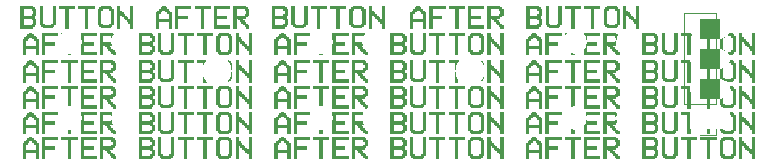
<source format=gto>
G04 #@! TF.GenerationSoftware,KiCad,Pcbnew,9.0.3*
G04 #@! TF.CreationDate,2025-07-21T12:13:00-07:00*
G04 #@! TF.ProjectId,buttons,62757474-6f6e-4732-9e6b-696361645f70,rev?*
G04 #@! TF.SameCoordinates,Original*
G04 #@! TF.FileFunction,Legend,Top*
G04 #@! TF.FilePolarity,Positive*
%FSLAX46Y46*%
G04 Gerber Fmt 4.6, Leading zero omitted, Abs format (unit mm)*
G04 Created by KiCad (PCBNEW 9.0.3) date 2025-07-21 12:13:00*
%MOMM*%
%LPD*%
G01*
G04 APERTURE LIST*
G04 Aperture macros list*
%AMRoundRect*
0 Rectangle with rounded corners*
0 $1 Rounding radius*
0 $2 $3 $4 $5 $6 $7 $8 $9 X,Y pos of 4 corners*
0 Add a 4 corners polygon primitive as box body*
4,1,4,$2,$3,$4,$5,$6,$7,$8,$9,$2,$3,0*
0 Add four circle primitives for the rounded corners*
1,1,$1+$1,$2,$3*
1,1,$1+$1,$4,$5*
1,1,$1+$1,$6,$7*
1,1,$1+$1,$8,$9*
0 Add four rect primitives between the rounded corners*
20,1,$1+$1,$2,$3,$4,$5,0*
20,1,$1+$1,$4,$5,$6,$7,0*
20,1,$1+$1,$6,$7,$8,$9,0*
20,1,$1+$1,$8,$9,$2,$3,0*%
G04 Aperture macros list end*
%ADD10C,0.300000*%
%ADD11C,0.120000*%
%ADD12C,2.500000*%
%ADD13R,3.400000X1.700000*%
%ADD14RoundRect,0.850000X0.850000X0.000010X-0.850000X0.000010X-0.850000X-0.000010X0.850000X-0.000010X0*%
%ADD15C,2.000000*%
G04 APERTURE END LIST*
D10*
G36*
X106449149Y-176267320D02*
G01*
X106585803Y-176267320D01*
X106585803Y-176408004D01*
X106722457Y-176408004D01*
X106722457Y-176540872D01*
X106858989Y-176540872D01*
X106858989Y-176673740D01*
X106995643Y-176673740D01*
X106995643Y-178057131D01*
X106714641Y-178057131D01*
X106714641Y-177510027D01*
X105902656Y-177510027D01*
X105902656Y-178057131D01*
X105621654Y-178057131D01*
X105621654Y-176822240D01*
X105902656Y-176822240D01*
X105902656Y-177228660D01*
X106714641Y-177228660D01*
X106714641Y-176822240D01*
X106577987Y-176822240D01*
X106577987Y-176681556D01*
X106441333Y-176681556D01*
X106441333Y-176548688D01*
X106175964Y-176548688D01*
X106175964Y-176681556D01*
X106039310Y-176681556D01*
X106039310Y-176822240D01*
X105902656Y-176822240D01*
X105621654Y-176822240D01*
X105621654Y-176673740D01*
X105758186Y-176673740D01*
X105758186Y-176540872D01*
X105894840Y-176540872D01*
X105894840Y-176408004D01*
X106031494Y-176408004D01*
X106031494Y-176267320D01*
X106168148Y-176267320D01*
X106168148Y-176134452D01*
X106449149Y-176134452D01*
X106449149Y-176267320D01*
G37*
G36*
X108635001Y-176134452D02*
G01*
X108635001Y-176415819D01*
X107542014Y-176415819D01*
X107542014Y-176955108D01*
X108361815Y-176955108D01*
X108361815Y-177236475D01*
X107542014Y-177236475D01*
X107542014Y-178057131D01*
X107261012Y-178057131D01*
X107261012Y-176134452D01*
X108635001Y-176134452D01*
G37*
G36*
X109446864Y-176415819D02*
G01*
X108900370Y-176415819D01*
X108900370Y-176134452D01*
X110274358Y-176134452D01*
X110274358Y-176415819D01*
X109727865Y-176415819D01*
X109727865Y-178057131D01*
X109446864Y-178057131D01*
X109446864Y-176415819D01*
G37*
G36*
X111913716Y-176134452D02*
G01*
X111913716Y-176415819D01*
X110820730Y-176415819D01*
X110820730Y-176955108D01*
X111640531Y-176955108D01*
X111640531Y-177236475D01*
X110820730Y-177236475D01*
X110820730Y-177775764D01*
X111913716Y-177775764D01*
X111913716Y-178057131D01*
X110539728Y-178057131D01*
X110539728Y-176134452D01*
X111913716Y-176134452D01*
G37*
G36*
X113279889Y-176271228D02*
G01*
X113416421Y-176271228D01*
X113416421Y-176408004D01*
X113553074Y-176408004D01*
X113553074Y-176962923D01*
X113416421Y-176962923D01*
X113416421Y-177099699D01*
X113279889Y-177099699D01*
X113279889Y-177236475D01*
X113006581Y-177236475D01*
X113006581Y-177365436D01*
X113143235Y-177365436D01*
X113143235Y-177502212D01*
X113279889Y-177502212D01*
X113279889Y-177638988D01*
X113416421Y-177638988D01*
X113416421Y-177775764D01*
X113553074Y-177775764D01*
X113553074Y-178057131D01*
X113272073Y-178057131D01*
X113272073Y-177920355D01*
X113135419Y-177920355D01*
X113135419Y-177783579D01*
X112998765Y-177783579D01*
X112998765Y-177646803D01*
X112862111Y-177646803D01*
X112862111Y-177510027D01*
X112725580Y-177510027D01*
X112725580Y-177373251D01*
X112588926Y-177373251D01*
X112588926Y-177236475D01*
X112460088Y-177236475D01*
X112460088Y-178057131D01*
X112179086Y-178057131D01*
X112179086Y-176955108D01*
X112460088Y-176955108D01*
X113135419Y-176955108D01*
X113135419Y-176818332D01*
X113272073Y-176818332D01*
X113272073Y-176552595D01*
X113135419Y-176552595D01*
X113135419Y-176415819D01*
X112460088Y-176415819D01*
X112460088Y-176955108D01*
X112179086Y-176955108D01*
X112179086Y-176134452D01*
X113279889Y-176134452D01*
X113279889Y-176271228D01*
G37*
G36*
X116558605Y-176271228D02*
G01*
X116695137Y-176271228D01*
X116695137Y-176408004D01*
X116831790Y-176408004D01*
X116831790Y-176962923D01*
X116695259Y-176962923D01*
X116695259Y-177228660D01*
X116831790Y-177228660D01*
X116831790Y-177783579D01*
X116695137Y-177783579D01*
X116695137Y-177920355D01*
X116558605Y-177920355D01*
X116558605Y-178057131D01*
X115457802Y-178057131D01*
X115457802Y-177775764D01*
X115738804Y-177775764D01*
X116414135Y-177775764D01*
X116414135Y-177638988D01*
X116550789Y-177638988D01*
X116550789Y-177373251D01*
X116414135Y-177373251D01*
X116414135Y-177236475D01*
X115738804Y-177236475D01*
X115738804Y-177775764D01*
X115457802Y-177775764D01*
X115457802Y-176955108D01*
X115738804Y-176955108D01*
X116414135Y-176955108D01*
X116414135Y-176818332D01*
X116550789Y-176818332D01*
X116550789Y-176552595D01*
X116414135Y-176552595D01*
X116414135Y-176415819D01*
X115738804Y-176415819D01*
X115738804Y-176955108D01*
X115457802Y-176955108D01*
X115457802Y-176134452D01*
X116558605Y-176134452D01*
X116558605Y-176271228D01*
G37*
G36*
X117233692Y-177775764D02*
G01*
X117097160Y-177775764D01*
X117097160Y-176134452D01*
X117378162Y-176134452D01*
X117378162Y-177635080D01*
X117514816Y-177635080D01*
X117514816Y-177767948D01*
X118053493Y-177767948D01*
X118053493Y-177635080D01*
X118190147Y-177635080D01*
X118190147Y-176134452D01*
X118471148Y-176134452D01*
X118471148Y-177775764D01*
X118334495Y-177775764D01*
X118334495Y-177912540D01*
X118197963Y-177912540D01*
X118197963Y-178049316D01*
X117370346Y-178049316D01*
X117370346Y-177912540D01*
X117233692Y-177912540D01*
X117233692Y-177775764D01*
G37*
G36*
X119283012Y-176415819D02*
G01*
X118736518Y-176415819D01*
X118736518Y-176134452D01*
X120110506Y-176134452D01*
X120110506Y-176415819D01*
X119564013Y-176415819D01*
X119564013Y-178057131D01*
X119283012Y-178057131D01*
X119283012Y-176415819D01*
G37*
G36*
X120922370Y-176415819D02*
G01*
X120375876Y-176415819D01*
X120375876Y-176134452D01*
X121749864Y-176134452D01*
X121749864Y-176415819D01*
X121203371Y-176415819D01*
X121203371Y-178057131D01*
X120922370Y-178057131D01*
X120922370Y-176415819D01*
G37*
G36*
X123116037Y-176271228D02*
G01*
X123252569Y-176271228D01*
X123252569Y-176408004D01*
X123389222Y-176408004D01*
X123389222Y-177775764D01*
X123252569Y-177775764D01*
X123252569Y-177912540D01*
X123116037Y-177912540D01*
X123116037Y-178049316D01*
X122288420Y-178049316D01*
X122288420Y-177912540D01*
X122151766Y-177912540D01*
X122151766Y-177775764D01*
X122015234Y-177775764D01*
X122015234Y-176548688D01*
X122296236Y-176548688D01*
X122296236Y-177635080D01*
X122432890Y-177635080D01*
X122432890Y-177767948D01*
X122971567Y-177767948D01*
X122971567Y-177635080D01*
X123108221Y-177635080D01*
X123108221Y-176548688D01*
X122971567Y-176548688D01*
X122971567Y-176415819D01*
X122432890Y-176415819D01*
X122432890Y-176548688D01*
X122296236Y-176548688D01*
X122015234Y-176548688D01*
X122015234Y-176408004D01*
X122151766Y-176408004D01*
X122151766Y-176271228D01*
X122288420Y-176271228D01*
X122288420Y-176134452D01*
X123116037Y-176134452D01*
X123116037Y-176271228D01*
G37*
G36*
X123935594Y-176964145D02*
G01*
X123935594Y-178057131D01*
X123654592Y-178057131D01*
X123654592Y-176134452D01*
X123935594Y-176134452D01*
X123935594Y-176544291D01*
X124072248Y-176544291D01*
X124072248Y-176680945D01*
X124208901Y-176680945D01*
X124208901Y-176817477D01*
X124345555Y-176817477D01*
X124345555Y-176954131D01*
X124482087Y-176954131D01*
X124482087Y-177090785D01*
X124618741Y-177090785D01*
X124618741Y-177227438D01*
X124747579Y-177227438D01*
X124747579Y-176134452D01*
X125028580Y-176134452D01*
X125028580Y-178057131D01*
X124747579Y-178057131D01*
X124747579Y-177647292D01*
X124610925Y-177647292D01*
X124610925Y-177510638D01*
X124474271Y-177510638D01*
X124474271Y-177373984D01*
X124337740Y-177373984D01*
X124337740Y-177237452D01*
X124201086Y-177237452D01*
X124201086Y-177100799D01*
X124064432Y-177100799D01*
X124064432Y-176964145D01*
X123935594Y-176964145D01*
G37*
G36*
X127760803Y-176267320D02*
G01*
X127897457Y-176267320D01*
X127897457Y-176408004D01*
X128034111Y-176408004D01*
X128034111Y-176540872D01*
X128170643Y-176540872D01*
X128170643Y-176673740D01*
X128307296Y-176673740D01*
X128307296Y-178057131D01*
X128026295Y-178057131D01*
X128026295Y-177510027D01*
X127214310Y-177510027D01*
X127214310Y-178057131D01*
X126933308Y-178057131D01*
X126933308Y-176822240D01*
X127214310Y-176822240D01*
X127214310Y-177228660D01*
X128026295Y-177228660D01*
X128026295Y-176822240D01*
X127889641Y-176822240D01*
X127889641Y-176681556D01*
X127752987Y-176681556D01*
X127752987Y-176548688D01*
X127487617Y-176548688D01*
X127487617Y-176681556D01*
X127350964Y-176681556D01*
X127350964Y-176822240D01*
X127214310Y-176822240D01*
X126933308Y-176822240D01*
X126933308Y-176673740D01*
X127069840Y-176673740D01*
X127069840Y-176540872D01*
X127206494Y-176540872D01*
X127206494Y-176408004D01*
X127343148Y-176408004D01*
X127343148Y-176267320D01*
X127479802Y-176267320D01*
X127479802Y-176134452D01*
X127760803Y-176134452D01*
X127760803Y-176267320D01*
G37*
G36*
X129946654Y-176134452D02*
G01*
X129946654Y-176415819D01*
X128853668Y-176415819D01*
X128853668Y-176955108D01*
X129673469Y-176955108D01*
X129673469Y-177236475D01*
X128853668Y-177236475D01*
X128853668Y-178057131D01*
X128572666Y-178057131D01*
X128572666Y-176134452D01*
X129946654Y-176134452D01*
G37*
G36*
X130758518Y-176415819D02*
G01*
X130212024Y-176415819D01*
X130212024Y-176134452D01*
X131586012Y-176134452D01*
X131586012Y-176415819D01*
X131039519Y-176415819D01*
X131039519Y-178057131D01*
X130758518Y-178057131D01*
X130758518Y-176415819D01*
G37*
G36*
X133225370Y-176134452D02*
G01*
X133225370Y-176415819D01*
X132132384Y-176415819D01*
X132132384Y-176955108D01*
X132952185Y-176955108D01*
X132952185Y-177236475D01*
X132132384Y-177236475D01*
X132132384Y-177775764D01*
X133225370Y-177775764D01*
X133225370Y-178057131D01*
X131851382Y-178057131D01*
X131851382Y-176134452D01*
X133225370Y-176134452D01*
G37*
G36*
X134591543Y-176271228D02*
G01*
X134728074Y-176271228D01*
X134728074Y-176408004D01*
X134864728Y-176408004D01*
X134864728Y-176962923D01*
X134728074Y-176962923D01*
X134728074Y-177099699D01*
X134591543Y-177099699D01*
X134591543Y-177236475D01*
X134318235Y-177236475D01*
X134318235Y-177365436D01*
X134454889Y-177365436D01*
X134454889Y-177502212D01*
X134591543Y-177502212D01*
X134591543Y-177638988D01*
X134728074Y-177638988D01*
X134728074Y-177775764D01*
X134864728Y-177775764D01*
X134864728Y-178057131D01*
X134583727Y-178057131D01*
X134583727Y-177920355D01*
X134447073Y-177920355D01*
X134447073Y-177783579D01*
X134310419Y-177783579D01*
X134310419Y-177646803D01*
X134173765Y-177646803D01*
X134173765Y-177510027D01*
X134037234Y-177510027D01*
X134037234Y-177373251D01*
X133900580Y-177373251D01*
X133900580Y-177236475D01*
X133771742Y-177236475D01*
X133771742Y-178057131D01*
X133490740Y-178057131D01*
X133490740Y-176955108D01*
X133771742Y-176955108D01*
X134447073Y-176955108D01*
X134447073Y-176818332D01*
X134583727Y-176818332D01*
X134583727Y-176552595D01*
X134447073Y-176552595D01*
X134447073Y-176415819D01*
X133771742Y-176415819D01*
X133771742Y-176955108D01*
X133490740Y-176955108D01*
X133490740Y-176134452D01*
X134591543Y-176134452D01*
X134591543Y-176271228D01*
G37*
G36*
X137870259Y-176271228D02*
G01*
X138006790Y-176271228D01*
X138006790Y-176408004D01*
X138143444Y-176408004D01*
X138143444Y-176962923D01*
X138006913Y-176962923D01*
X138006913Y-177228660D01*
X138143444Y-177228660D01*
X138143444Y-177783579D01*
X138006790Y-177783579D01*
X138006790Y-177920355D01*
X137870259Y-177920355D01*
X137870259Y-178057131D01*
X136769456Y-178057131D01*
X136769456Y-177775764D01*
X137050458Y-177775764D01*
X137725789Y-177775764D01*
X137725789Y-177638988D01*
X137862443Y-177638988D01*
X137862443Y-177373251D01*
X137725789Y-177373251D01*
X137725789Y-177236475D01*
X137050458Y-177236475D01*
X137050458Y-177775764D01*
X136769456Y-177775764D01*
X136769456Y-176955108D01*
X137050458Y-176955108D01*
X137725789Y-176955108D01*
X137725789Y-176818332D01*
X137862443Y-176818332D01*
X137862443Y-176552595D01*
X137725789Y-176552595D01*
X137725789Y-176415819D01*
X137050458Y-176415819D01*
X137050458Y-176955108D01*
X136769456Y-176955108D01*
X136769456Y-176134452D01*
X137870259Y-176134452D01*
X137870259Y-176271228D01*
G37*
G36*
X138545346Y-177775764D02*
G01*
X138408814Y-177775764D01*
X138408814Y-176134452D01*
X138689816Y-176134452D01*
X138689816Y-177635080D01*
X138826469Y-177635080D01*
X138826469Y-177767948D01*
X139365147Y-177767948D01*
X139365147Y-177635080D01*
X139501801Y-177635080D01*
X139501801Y-176134452D01*
X139782802Y-176134452D01*
X139782802Y-177775764D01*
X139646148Y-177775764D01*
X139646148Y-177912540D01*
X139509617Y-177912540D01*
X139509617Y-178049316D01*
X138682000Y-178049316D01*
X138682000Y-177912540D01*
X138545346Y-177912540D01*
X138545346Y-177775764D01*
G37*
G36*
X140594666Y-176415819D02*
G01*
X140048172Y-176415819D01*
X140048172Y-176134452D01*
X141422160Y-176134452D01*
X141422160Y-176415819D01*
X140875667Y-176415819D01*
X140875667Y-178057131D01*
X140594666Y-178057131D01*
X140594666Y-176415819D01*
G37*
G36*
X142234024Y-176415819D02*
G01*
X141687530Y-176415819D01*
X141687530Y-176134452D01*
X143061518Y-176134452D01*
X143061518Y-176415819D01*
X142515025Y-176415819D01*
X142515025Y-178057131D01*
X142234024Y-178057131D01*
X142234024Y-176415819D01*
G37*
G36*
X144427691Y-176271228D02*
G01*
X144564222Y-176271228D01*
X144564222Y-176408004D01*
X144700876Y-176408004D01*
X144700876Y-177775764D01*
X144564222Y-177775764D01*
X144564222Y-177912540D01*
X144427691Y-177912540D01*
X144427691Y-178049316D01*
X143600074Y-178049316D01*
X143600074Y-177912540D01*
X143463420Y-177912540D01*
X143463420Y-177775764D01*
X143326888Y-177775764D01*
X143326888Y-176548688D01*
X143607890Y-176548688D01*
X143607890Y-177635080D01*
X143744543Y-177635080D01*
X143744543Y-177767948D01*
X144283221Y-177767948D01*
X144283221Y-177635080D01*
X144419875Y-177635080D01*
X144419875Y-176548688D01*
X144283221Y-176548688D01*
X144283221Y-176415819D01*
X143744543Y-176415819D01*
X143744543Y-176548688D01*
X143607890Y-176548688D01*
X143326888Y-176548688D01*
X143326888Y-176408004D01*
X143463420Y-176408004D01*
X143463420Y-176271228D01*
X143600074Y-176271228D01*
X143600074Y-176134452D01*
X144427691Y-176134452D01*
X144427691Y-176271228D01*
G37*
G36*
X145247248Y-176964145D02*
G01*
X145247248Y-178057131D01*
X144966246Y-178057131D01*
X144966246Y-176134452D01*
X145247248Y-176134452D01*
X145247248Y-176544291D01*
X145383901Y-176544291D01*
X145383901Y-176680945D01*
X145520555Y-176680945D01*
X145520555Y-176817477D01*
X145657209Y-176817477D01*
X145657209Y-176954131D01*
X145793741Y-176954131D01*
X145793741Y-177090785D01*
X145930395Y-177090785D01*
X145930395Y-177227438D01*
X146059233Y-177227438D01*
X146059233Y-176134452D01*
X146340234Y-176134452D01*
X146340234Y-178057131D01*
X146059233Y-178057131D01*
X146059233Y-177647292D01*
X145922579Y-177647292D01*
X145922579Y-177510638D01*
X145785925Y-177510638D01*
X145785925Y-177373984D01*
X145649393Y-177373984D01*
X145649393Y-177237452D01*
X145512740Y-177237452D01*
X145512740Y-177100799D01*
X145376086Y-177100799D01*
X145376086Y-176964145D01*
X145247248Y-176964145D01*
G37*
G36*
X149072457Y-176267320D02*
G01*
X149209111Y-176267320D01*
X149209111Y-176408004D01*
X149345765Y-176408004D01*
X149345765Y-176540872D01*
X149482296Y-176540872D01*
X149482296Y-176673740D01*
X149618950Y-176673740D01*
X149618950Y-178057131D01*
X149337949Y-178057131D01*
X149337949Y-177510027D01*
X148525964Y-177510027D01*
X148525964Y-178057131D01*
X148244962Y-178057131D01*
X148244962Y-176822240D01*
X148525964Y-176822240D01*
X148525964Y-177228660D01*
X149337949Y-177228660D01*
X149337949Y-176822240D01*
X149201295Y-176822240D01*
X149201295Y-176681556D01*
X149064641Y-176681556D01*
X149064641Y-176548688D01*
X148799271Y-176548688D01*
X148799271Y-176681556D01*
X148662617Y-176681556D01*
X148662617Y-176822240D01*
X148525964Y-176822240D01*
X148244962Y-176822240D01*
X148244962Y-176673740D01*
X148381494Y-176673740D01*
X148381494Y-176540872D01*
X148518148Y-176540872D01*
X148518148Y-176408004D01*
X148654802Y-176408004D01*
X148654802Y-176267320D01*
X148791455Y-176267320D01*
X148791455Y-176134452D01*
X149072457Y-176134452D01*
X149072457Y-176267320D01*
G37*
G36*
X151258308Y-176134452D02*
G01*
X151258308Y-176415819D01*
X150165322Y-176415819D01*
X150165322Y-176955108D01*
X150985123Y-176955108D01*
X150985123Y-177236475D01*
X150165322Y-177236475D01*
X150165322Y-178057131D01*
X149884320Y-178057131D01*
X149884320Y-176134452D01*
X151258308Y-176134452D01*
G37*
G36*
X152070171Y-176415819D02*
G01*
X151523678Y-176415819D01*
X151523678Y-176134452D01*
X152897666Y-176134452D01*
X152897666Y-176415819D01*
X152351173Y-176415819D01*
X152351173Y-178057131D01*
X152070171Y-178057131D01*
X152070171Y-176415819D01*
G37*
G36*
X154537024Y-176134452D02*
G01*
X154537024Y-176415819D01*
X153444037Y-176415819D01*
X153444037Y-176955108D01*
X154263839Y-176955108D01*
X154263839Y-177236475D01*
X153444037Y-177236475D01*
X153444037Y-177775764D01*
X154537024Y-177775764D01*
X154537024Y-178057131D01*
X153163036Y-178057131D01*
X153163036Y-176134452D01*
X154537024Y-176134452D01*
G37*
G36*
X155903197Y-176271228D02*
G01*
X156039728Y-176271228D01*
X156039728Y-176408004D01*
X156176382Y-176408004D01*
X156176382Y-176962923D01*
X156039728Y-176962923D01*
X156039728Y-177099699D01*
X155903197Y-177099699D01*
X155903197Y-177236475D01*
X155629889Y-177236475D01*
X155629889Y-177365436D01*
X155766543Y-177365436D01*
X155766543Y-177502212D01*
X155903197Y-177502212D01*
X155903197Y-177638988D01*
X156039728Y-177638988D01*
X156039728Y-177775764D01*
X156176382Y-177775764D01*
X156176382Y-178057131D01*
X155895381Y-178057131D01*
X155895381Y-177920355D01*
X155758727Y-177920355D01*
X155758727Y-177783579D01*
X155622073Y-177783579D01*
X155622073Y-177646803D01*
X155485419Y-177646803D01*
X155485419Y-177510027D01*
X155348887Y-177510027D01*
X155348887Y-177373251D01*
X155212234Y-177373251D01*
X155212234Y-177236475D01*
X155083395Y-177236475D01*
X155083395Y-178057131D01*
X154802394Y-178057131D01*
X154802394Y-176955108D01*
X155083395Y-176955108D01*
X155758727Y-176955108D01*
X155758727Y-176818332D01*
X155895381Y-176818332D01*
X155895381Y-176552595D01*
X155758727Y-176552595D01*
X155758727Y-176415819D01*
X155083395Y-176415819D01*
X155083395Y-176955108D01*
X154802394Y-176955108D01*
X154802394Y-176134452D01*
X155903197Y-176134452D01*
X155903197Y-176271228D01*
G37*
G36*
X159181913Y-176271228D02*
G01*
X159318444Y-176271228D01*
X159318444Y-176408004D01*
X159455098Y-176408004D01*
X159455098Y-176962923D01*
X159318566Y-176962923D01*
X159318566Y-177228660D01*
X159455098Y-177228660D01*
X159455098Y-177783579D01*
X159318444Y-177783579D01*
X159318444Y-177920355D01*
X159181913Y-177920355D01*
X159181913Y-178057131D01*
X158081110Y-178057131D01*
X158081110Y-177775764D01*
X158362111Y-177775764D01*
X159037443Y-177775764D01*
X159037443Y-177638988D01*
X159174097Y-177638988D01*
X159174097Y-177373251D01*
X159037443Y-177373251D01*
X159037443Y-177236475D01*
X158362111Y-177236475D01*
X158362111Y-177775764D01*
X158081110Y-177775764D01*
X158081110Y-176955108D01*
X158362111Y-176955108D01*
X159037443Y-176955108D01*
X159037443Y-176818332D01*
X159174097Y-176818332D01*
X159174097Y-176552595D01*
X159037443Y-176552595D01*
X159037443Y-176415819D01*
X158362111Y-176415819D01*
X158362111Y-176955108D01*
X158081110Y-176955108D01*
X158081110Y-176134452D01*
X159181913Y-176134452D01*
X159181913Y-176271228D01*
G37*
G36*
X159857000Y-177775764D02*
G01*
X159720468Y-177775764D01*
X159720468Y-176134452D01*
X160001469Y-176134452D01*
X160001469Y-177635080D01*
X160138123Y-177635080D01*
X160138123Y-177767948D01*
X160676801Y-177767948D01*
X160676801Y-177635080D01*
X160813455Y-177635080D01*
X160813455Y-176134452D01*
X161094456Y-176134452D01*
X161094456Y-177775764D01*
X160957802Y-177775764D01*
X160957802Y-177912540D01*
X160821271Y-177912540D01*
X160821271Y-178049316D01*
X159993654Y-178049316D01*
X159993654Y-177912540D01*
X159857000Y-177912540D01*
X159857000Y-177775764D01*
G37*
G36*
X161906319Y-176415819D02*
G01*
X161359826Y-176415819D01*
X161359826Y-176134452D01*
X162733814Y-176134452D01*
X162733814Y-176415819D01*
X162187321Y-176415819D01*
X162187321Y-178057131D01*
X161906319Y-178057131D01*
X161906319Y-176415819D01*
G37*
G36*
X163545677Y-176415819D02*
G01*
X162999184Y-176415819D01*
X162999184Y-176134452D01*
X164373172Y-176134452D01*
X164373172Y-176415819D01*
X163826679Y-176415819D01*
X163826679Y-178057131D01*
X163545677Y-178057131D01*
X163545677Y-176415819D01*
G37*
G36*
X165739345Y-176271228D02*
G01*
X165875876Y-176271228D01*
X165875876Y-176408004D01*
X166012530Y-176408004D01*
X166012530Y-177775764D01*
X165875876Y-177775764D01*
X165875876Y-177912540D01*
X165739345Y-177912540D01*
X165739345Y-178049316D01*
X164911728Y-178049316D01*
X164911728Y-177912540D01*
X164775074Y-177912540D01*
X164775074Y-177775764D01*
X164638542Y-177775764D01*
X164638542Y-176548688D01*
X164919543Y-176548688D01*
X164919543Y-177635080D01*
X165056197Y-177635080D01*
X165056197Y-177767948D01*
X165594875Y-177767948D01*
X165594875Y-177635080D01*
X165731529Y-177635080D01*
X165731529Y-176548688D01*
X165594875Y-176548688D01*
X165594875Y-176415819D01*
X165056197Y-176415819D01*
X165056197Y-176548688D01*
X164919543Y-176548688D01*
X164638542Y-176548688D01*
X164638542Y-176408004D01*
X164775074Y-176408004D01*
X164775074Y-176271228D01*
X164911728Y-176271228D01*
X164911728Y-176134452D01*
X165739345Y-176134452D01*
X165739345Y-176271228D01*
G37*
G36*
X166558901Y-176964145D02*
G01*
X166558901Y-178057131D01*
X166277900Y-178057131D01*
X166277900Y-176134452D01*
X166558901Y-176134452D01*
X166558901Y-176544291D01*
X166695555Y-176544291D01*
X166695555Y-176680945D01*
X166832209Y-176680945D01*
X166832209Y-176817477D01*
X166968863Y-176817477D01*
X166968863Y-176954131D01*
X167105395Y-176954131D01*
X167105395Y-177090785D01*
X167242049Y-177090785D01*
X167242049Y-177227438D01*
X167370887Y-177227438D01*
X167370887Y-176134452D01*
X167651888Y-176134452D01*
X167651888Y-178057131D01*
X167370887Y-178057131D01*
X167370887Y-177647292D01*
X167234233Y-177647292D01*
X167234233Y-177510638D01*
X167097579Y-177510638D01*
X167097579Y-177373984D01*
X166961047Y-177373984D01*
X166961047Y-177237452D01*
X166824393Y-177237452D01*
X166824393Y-177100799D01*
X166687740Y-177100799D01*
X166687740Y-176964145D01*
X166558901Y-176964145D01*
G37*
G36*
X106449149Y-182967320D02*
G01*
X106585803Y-182967320D01*
X106585803Y-183108004D01*
X106722457Y-183108004D01*
X106722457Y-183240872D01*
X106858989Y-183240872D01*
X106858989Y-183373740D01*
X106995643Y-183373740D01*
X106995643Y-184757131D01*
X106714641Y-184757131D01*
X106714641Y-184210027D01*
X105902656Y-184210027D01*
X105902656Y-184757131D01*
X105621654Y-184757131D01*
X105621654Y-183522240D01*
X105902656Y-183522240D01*
X105902656Y-183928660D01*
X106714641Y-183928660D01*
X106714641Y-183522240D01*
X106577987Y-183522240D01*
X106577987Y-183381556D01*
X106441333Y-183381556D01*
X106441333Y-183248688D01*
X106175964Y-183248688D01*
X106175964Y-183381556D01*
X106039310Y-183381556D01*
X106039310Y-183522240D01*
X105902656Y-183522240D01*
X105621654Y-183522240D01*
X105621654Y-183373740D01*
X105758186Y-183373740D01*
X105758186Y-183240872D01*
X105894840Y-183240872D01*
X105894840Y-183108004D01*
X106031494Y-183108004D01*
X106031494Y-182967320D01*
X106168148Y-182967320D01*
X106168148Y-182834452D01*
X106449149Y-182834452D01*
X106449149Y-182967320D01*
G37*
G36*
X108635001Y-182834452D02*
G01*
X108635001Y-183115819D01*
X107542014Y-183115819D01*
X107542014Y-183655108D01*
X108361815Y-183655108D01*
X108361815Y-183936475D01*
X107542014Y-183936475D01*
X107542014Y-184757131D01*
X107261012Y-184757131D01*
X107261012Y-182834452D01*
X108635001Y-182834452D01*
G37*
G36*
X109446864Y-183115819D02*
G01*
X108900370Y-183115819D01*
X108900370Y-182834452D01*
X110274358Y-182834452D01*
X110274358Y-183115819D01*
X109727865Y-183115819D01*
X109727865Y-184757131D01*
X109446864Y-184757131D01*
X109446864Y-183115819D01*
G37*
G36*
X111913716Y-182834452D02*
G01*
X111913716Y-183115819D01*
X110820730Y-183115819D01*
X110820730Y-183655108D01*
X111640531Y-183655108D01*
X111640531Y-183936475D01*
X110820730Y-183936475D01*
X110820730Y-184475764D01*
X111913716Y-184475764D01*
X111913716Y-184757131D01*
X110539728Y-184757131D01*
X110539728Y-182834452D01*
X111913716Y-182834452D01*
G37*
G36*
X113279889Y-182971228D02*
G01*
X113416421Y-182971228D01*
X113416421Y-183108004D01*
X113553074Y-183108004D01*
X113553074Y-183662923D01*
X113416421Y-183662923D01*
X113416421Y-183799699D01*
X113279889Y-183799699D01*
X113279889Y-183936475D01*
X113006581Y-183936475D01*
X113006581Y-184065436D01*
X113143235Y-184065436D01*
X113143235Y-184202212D01*
X113279889Y-184202212D01*
X113279889Y-184338988D01*
X113416421Y-184338988D01*
X113416421Y-184475764D01*
X113553074Y-184475764D01*
X113553074Y-184757131D01*
X113272073Y-184757131D01*
X113272073Y-184620355D01*
X113135419Y-184620355D01*
X113135419Y-184483579D01*
X112998765Y-184483579D01*
X112998765Y-184346803D01*
X112862111Y-184346803D01*
X112862111Y-184210027D01*
X112725580Y-184210027D01*
X112725580Y-184073251D01*
X112588926Y-184073251D01*
X112588926Y-183936475D01*
X112460088Y-183936475D01*
X112460088Y-184757131D01*
X112179086Y-184757131D01*
X112179086Y-183655108D01*
X112460088Y-183655108D01*
X113135419Y-183655108D01*
X113135419Y-183518332D01*
X113272073Y-183518332D01*
X113272073Y-183252595D01*
X113135419Y-183252595D01*
X113135419Y-183115819D01*
X112460088Y-183115819D01*
X112460088Y-183655108D01*
X112179086Y-183655108D01*
X112179086Y-182834452D01*
X113279889Y-182834452D01*
X113279889Y-182971228D01*
G37*
G36*
X116558605Y-182971228D02*
G01*
X116695137Y-182971228D01*
X116695137Y-183108004D01*
X116831790Y-183108004D01*
X116831790Y-183662923D01*
X116695259Y-183662923D01*
X116695259Y-183928660D01*
X116831790Y-183928660D01*
X116831790Y-184483579D01*
X116695137Y-184483579D01*
X116695137Y-184620355D01*
X116558605Y-184620355D01*
X116558605Y-184757131D01*
X115457802Y-184757131D01*
X115457802Y-184475764D01*
X115738804Y-184475764D01*
X116414135Y-184475764D01*
X116414135Y-184338988D01*
X116550789Y-184338988D01*
X116550789Y-184073251D01*
X116414135Y-184073251D01*
X116414135Y-183936475D01*
X115738804Y-183936475D01*
X115738804Y-184475764D01*
X115457802Y-184475764D01*
X115457802Y-183655108D01*
X115738804Y-183655108D01*
X116414135Y-183655108D01*
X116414135Y-183518332D01*
X116550789Y-183518332D01*
X116550789Y-183252595D01*
X116414135Y-183252595D01*
X116414135Y-183115819D01*
X115738804Y-183115819D01*
X115738804Y-183655108D01*
X115457802Y-183655108D01*
X115457802Y-182834452D01*
X116558605Y-182834452D01*
X116558605Y-182971228D01*
G37*
G36*
X117233692Y-184475764D02*
G01*
X117097160Y-184475764D01*
X117097160Y-182834452D01*
X117378162Y-182834452D01*
X117378162Y-184335080D01*
X117514816Y-184335080D01*
X117514816Y-184467948D01*
X118053493Y-184467948D01*
X118053493Y-184335080D01*
X118190147Y-184335080D01*
X118190147Y-182834452D01*
X118471148Y-182834452D01*
X118471148Y-184475764D01*
X118334495Y-184475764D01*
X118334495Y-184612540D01*
X118197963Y-184612540D01*
X118197963Y-184749316D01*
X117370346Y-184749316D01*
X117370346Y-184612540D01*
X117233692Y-184612540D01*
X117233692Y-184475764D01*
G37*
G36*
X119283012Y-183115819D02*
G01*
X118736518Y-183115819D01*
X118736518Y-182834452D01*
X120110506Y-182834452D01*
X120110506Y-183115819D01*
X119564013Y-183115819D01*
X119564013Y-184757131D01*
X119283012Y-184757131D01*
X119283012Y-183115819D01*
G37*
G36*
X120922370Y-183115819D02*
G01*
X120375876Y-183115819D01*
X120375876Y-182834452D01*
X121749864Y-182834452D01*
X121749864Y-183115819D01*
X121203371Y-183115819D01*
X121203371Y-184757131D01*
X120922370Y-184757131D01*
X120922370Y-183115819D01*
G37*
G36*
X123116037Y-182971228D02*
G01*
X123252569Y-182971228D01*
X123252569Y-183108004D01*
X123389222Y-183108004D01*
X123389222Y-184475764D01*
X123252569Y-184475764D01*
X123252569Y-184612540D01*
X123116037Y-184612540D01*
X123116037Y-184749316D01*
X122288420Y-184749316D01*
X122288420Y-184612540D01*
X122151766Y-184612540D01*
X122151766Y-184475764D01*
X122015234Y-184475764D01*
X122015234Y-183248688D01*
X122296236Y-183248688D01*
X122296236Y-184335080D01*
X122432890Y-184335080D01*
X122432890Y-184467948D01*
X122971567Y-184467948D01*
X122971567Y-184335080D01*
X123108221Y-184335080D01*
X123108221Y-183248688D01*
X122971567Y-183248688D01*
X122971567Y-183115819D01*
X122432890Y-183115819D01*
X122432890Y-183248688D01*
X122296236Y-183248688D01*
X122015234Y-183248688D01*
X122015234Y-183108004D01*
X122151766Y-183108004D01*
X122151766Y-182971228D01*
X122288420Y-182971228D01*
X122288420Y-182834452D01*
X123116037Y-182834452D01*
X123116037Y-182971228D01*
G37*
G36*
X123935594Y-183664145D02*
G01*
X123935594Y-184757131D01*
X123654592Y-184757131D01*
X123654592Y-182834452D01*
X123935594Y-182834452D01*
X123935594Y-183244291D01*
X124072248Y-183244291D01*
X124072248Y-183380945D01*
X124208901Y-183380945D01*
X124208901Y-183517477D01*
X124345555Y-183517477D01*
X124345555Y-183654131D01*
X124482087Y-183654131D01*
X124482087Y-183790785D01*
X124618741Y-183790785D01*
X124618741Y-183927438D01*
X124747579Y-183927438D01*
X124747579Y-182834452D01*
X125028580Y-182834452D01*
X125028580Y-184757131D01*
X124747579Y-184757131D01*
X124747579Y-184347292D01*
X124610925Y-184347292D01*
X124610925Y-184210638D01*
X124474271Y-184210638D01*
X124474271Y-184073984D01*
X124337740Y-184073984D01*
X124337740Y-183937452D01*
X124201086Y-183937452D01*
X124201086Y-183800799D01*
X124064432Y-183800799D01*
X124064432Y-183664145D01*
X123935594Y-183664145D01*
G37*
G36*
X127760803Y-182967320D02*
G01*
X127897457Y-182967320D01*
X127897457Y-183108004D01*
X128034111Y-183108004D01*
X128034111Y-183240872D01*
X128170643Y-183240872D01*
X128170643Y-183373740D01*
X128307296Y-183373740D01*
X128307296Y-184757131D01*
X128026295Y-184757131D01*
X128026295Y-184210027D01*
X127214310Y-184210027D01*
X127214310Y-184757131D01*
X126933308Y-184757131D01*
X126933308Y-183522240D01*
X127214310Y-183522240D01*
X127214310Y-183928660D01*
X128026295Y-183928660D01*
X128026295Y-183522240D01*
X127889641Y-183522240D01*
X127889641Y-183381556D01*
X127752987Y-183381556D01*
X127752987Y-183248688D01*
X127487617Y-183248688D01*
X127487617Y-183381556D01*
X127350964Y-183381556D01*
X127350964Y-183522240D01*
X127214310Y-183522240D01*
X126933308Y-183522240D01*
X126933308Y-183373740D01*
X127069840Y-183373740D01*
X127069840Y-183240872D01*
X127206494Y-183240872D01*
X127206494Y-183108004D01*
X127343148Y-183108004D01*
X127343148Y-182967320D01*
X127479802Y-182967320D01*
X127479802Y-182834452D01*
X127760803Y-182834452D01*
X127760803Y-182967320D01*
G37*
G36*
X129946654Y-182834452D02*
G01*
X129946654Y-183115819D01*
X128853668Y-183115819D01*
X128853668Y-183655108D01*
X129673469Y-183655108D01*
X129673469Y-183936475D01*
X128853668Y-183936475D01*
X128853668Y-184757131D01*
X128572666Y-184757131D01*
X128572666Y-182834452D01*
X129946654Y-182834452D01*
G37*
G36*
X130758518Y-183115819D02*
G01*
X130212024Y-183115819D01*
X130212024Y-182834452D01*
X131586012Y-182834452D01*
X131586012Y-183115819D01*
X131039519Y-183115819D01*
X131039519Y-184757131D01*
X130758518Y-184757131D01*
X130758518Y-183115819D01*
G37*
G36*
X133225370Y-182834452D02*
G01*
X133225370Y-183115819D01*
X132132384Y-183115819D01*
X132132384Y-183655108D01*
X132952185Y-183655108D01*
X132952185Y-183936475D01*
X132132384Y-183936475D01*
X132132384Y-184475764D01*
X133225370Y-184475764D01*
X133225370Y-184757131D01*
X131851382Y-184757131D01*
X131851382Y-182834452D01*
X133225370Y-182834452D01*
G37*
G36*
X134591543Y-182971228D02*
G01*
X134728074Y-182971228D01*
X134728074Y-183108004D01*
X134864728Y-183108004D01*
X134864728Y-183662923D01*
X134728074Y-183662923D01*
X134728074Y-183799699D01*
X134591543Y-183799699D01*
X134591543Y-183936475D01*
X134318235Y-183936475D01*
X134318235Y-184065436D01*
X134454889Y-184065436D01*
X134454889Y-184202212D01*
X134591543Y-184202212D01*
X134591543Y-184338988D01*
X134728074Y-184338988D01*
X134728074Y-184475764D01*
X134864728Y-184475764D01*
X134864728Y-184757131D01*
X134583727Y-184757131D01*
X134583727Y-184620355D01*
X134447073Y-184620355D01*
X134447073Y-184483579D01*
X134310419Y-184483579D01*
X134310419Y-184346803D01*
X134173765Y-184346803D01*
X134173765Y-184210027D01*
X134037234Y-184210027D01*
X134037234Y-184073251D01*
X133900580Y-184073251D01*
X133900580Y-183936475D01*
X133771742Y-183936475D01*
X133771742Y-184757131D01*
X133490740Y-184757131D01*
X133490740Y-183655108D01*
X133771742Y-183655108D01*
X134447073Y-183655108D01*
X134447073Y-183518332D01*
X134583727Y-183518332D01*
X134583727Y-183252595D01*
X134447073Y-183252595D01*
X134447073Y-183115819D01*
X133771742Y-183115819D01*
X133771742Y-183655108D01*
X133490740Y-183655108D01*
X133490740Y-182834452D01*
X134591543Y-182834452D01*
X134591543Y-182971228D01*
G37*
G36*
X137870259Y-182971228D02*
G01*
X138006790Y-182971228D01*
X138006790Y-183108004D01*
X138143444Y-183108004D01*
X138143444Y-183662923D01*
X138006913Y-183662923D01*
X138006913Y-183928660D01*
X138143444Y-183928660D01*
X138143444Y-184483579D01*
X138006790Y-184483579D01*
X138006790Y-184620355D01*
X137870259Y-184620355D01*
X137870259Y-184757131D01*
X136769456Y-184757131D01*
X136769456Y-184475764D01*
X137050458Y-184475764D01*
X137725789Y-184475764D01*
X137725789Y-184338988D01*
X137862443Y-184338988D01*
X137862443Y-184073251D01*
X137725789Y-184073251D01*
X137725789Y-183936475D01*
X137050458Y-183936475D01*
X137050458Y-184475764D01*
X136769456Y-184475764D01*
X136769456Y-183655108D01*
X137050458Y-183655108D01*
X137725789Y-183655108D01*
X137725789Y-183518332D01*
X137862443Y-183518332D01*
X137862443Y-183252595D01*
X137725789Y-183252595D01*
X137725789Y-183115819D01*
X137050458Y-183115819D01*
X137050458Y-183655108D01*
X136769456Y-183655108D01*
X136769456Y-182834452D01*
X137870259Y-182834452D01*
X137870259Y-182971228D01*
G37*
G36*
X138545346Y-184475764D02*
G01*
X138408814Y-184475764D01*
X138408814Y-182834452D01*
X138689816Y-182834452D01*
X138689816Y-184335080D01*
X138826469Y-184335080D01*
X138826469Y-184467948D01*
X139365147Y-184467948D01*
X139365147Y-184335080D01*
X139501801Y-184335080D01*
X139501801Y-182834452D01*
X139782802Y-182834452D01*
X139782802Y-184475764D01*
X139646148Y-184475764D01*
X139646148Y-184612540D01*
X139509617Y-184612540D01*
X139509617Y-184749316D01*
X138682000Y-184749316D01*
X138682000Y-184612540D01*
X138545346Y-184612540D01*
X138545346Y-184475764D01*
G37*
G36*
X140594666Y-183115819D02*
G01*
X140048172Y-183115819D01*
X140048172Y-182834452D01*
X141422160Y-182834452D01*
X141422160Y-183115819D01*
X140875667Y-183115819D01*
X140875667Y-184757131D01*
X140594666Y-184757131D01*
X140594666Y-183115819D01*
G37*
G36*
X142234024Y-183115819D02*
G01*
X141687530Y-183115819D01*
X141687530Y-182834452D01*
X143061518Y-182834452D01*
X143061518Y-183115819D01*
X142515025Y-183115819D01*
X142515025Y-184757131D01*
X142234024Y-184757131D01*
X142234024Y-183115819D01*
G37*
G36*
X144427691Y-182971228D02*
G01*
X144564222Y-182971228D01*
X144564222Y-183108004D01*
X144700876Y-183108004D01*
X144700876Y-184475764D01*
X144564222Y-184475764D01*
X144564222Y-184612540D01*
X144427691Y-184612540D01*
X144427691Y-184749316D01*
X143600074Y-184749316D01*
X143600074Y-184612540D01*
X143463420Y-184612540D01*
X143463420Y-184475764D01*
X143326888Y-184475764D01*
X143326888Y-183248688D01*
X143607890Y-183248688D01*
X143607890Y-184335080D01*
X143744543Y-184335080D01*
X143744543Y-184467948D01*
X144283221Y-184467948D01*
X144283221Y-184335080D01*
X144419875Y-184335080D01*
X144419875Y-183248688D01*
X144283221Y-183248688D01*
X144283221Y-183115819D01*
X143744543Y-183115819D01*
X143744543Y-183248688D01*
X143607890Y-183248688D01*
X143326888Y-183248688D01*
X143326888Y-183108004D01*
X143463420Y-183108004D01*
X143463420Y-182971228D01*
X143600074Y-182971228D01*
X143600074Y-182834452D01*
X144427691Y-182834452D01*
X144427691Y-182971228D01*
G37*
G36*
X145247248Y-183664145D02*
G01*
X145247248Y-184757131D01*
X144966246Y-184757131D01*
X144966246Y-182834452D01*
X145247248Y-182834452D01*
X145247248Y-183244291D01*
X145383901Y-183244291D01*
X145383901Y-183380945D01*
X145520555Y-183380945D01*
X145520555Y-183517477D01*
X145657209Y-183517477D01*
X145657209Y-183654131D01*
X145793741Y-183654131D01*
X145793741Y-183790785D01*
X145930395Y-183790785D01*
X145930395Y-183927438D01*
X146059233Y-183927438D01*
X146059233Y-182834452D01*
X146340234Y-182834452D01*
X146340234Y-184757131D01*
X146059233Y-184757131D01*
X146059233Y-184347292D01*
X145922579Y-184347292D01*
X145922579Y-184210638D01*
X145785925Y-184210638D01*
X145785925Y-184073984D01*
X145649393Y-184073984D01*
X145649393Y-183937452D01*
X145512740Y-183937452D01*
X145512740Y-183800799D01*
X145376086Y-183800799D01*
X145376086Y-183664145D01*
X145247248Y-183664145D01*
G37*
G36*
X149072457Y-182967320D02*
G01*
X149209111Y-182967320D01*
X149209111Y-183108004D01*
X149345765Y-183108004D01*
X149345765Y-183240872D01*
X149482296Y-183240872D01*
X149482296Y-183373740D01*
X149618950Y-183373740D01*
X149618950Y-184757131D01*
X149337949Y-184757131D01*
X149337949Y-184210027D01*
X148525964Y-184210027D01*
X148525964Y-184757131D01*
X148244962Y-184757131D01*
X148244962Y-183522240D01*
X148525964Y-183522240D01*
X148525964Y-183928660D01*
X149337949Y-183928660D01*
X149337949Y-183522240D01*
X149201295Y-183522240D01*
X149201295Y-183381556D01*
X149064641Y-183381556D01*
X149064641Y-183248688D01*
X148799271Y-183248688D01*
X148799271Y-183381556D01*
X148662617Y-183381556D01*
X148662617Y-183522240D01*
X148525964Y-183522240D01*
X148244962Y-183522240D01*
X148244962Y-183373740D01*
X148381494Y-183373740D01*
X148381494Y-183240872D01*
X148518148Y-183240872D01*
X148518148Y-183108004D01*
X148654802Y-183108004D01*
X148654802Y-182967320D01*
X148791455Y-182967320D01*
X148791455Y-182834452D01*
X149072457Y-182834452D01*
X149072457Y-182967320D01*
G37*
G36*
X151258308Y-182834452D02*
G01*
X151258308Y-183115819D01*
X150165322Y-183115819D01*
X150165322Y-183655108D01*
X150985123Y-183655108D01*
X150985123Y-183936475D01*
X150165322Y-183936475D01*
X150165322Y-184757131D01*
X149884320Y-184757131D01*
X149884320Y-182834452D01*
X151258308Y-182834452D01*
G37*
G36*
X152070171Y-183115819D02*
G01*
X151523678Y-183115819D01*
X151523678Y-182834452D01*
X152897666Y-182834452D01*
X152897666Y-183115819D01*
X152351173Y-183115819D01*
X152351173Y-184757131D01*
X152070171Y-184757131D01*
X152070171Y-183115819D01*
G37*
G36*
X154537024Y-182834452D02*
G01*
X154537024Y-183115819D01*
X153444037Y-183115819D01*
X153444037Y-183655108D01*
X154263839Y-183655108D01*
X154263839Y-183936475D01*
X153444037Y-183936475D01*
X153444037Y-184475764D01*
X154537024Y-184475764D01*
X154537024Y-184757131D01*
X153163036Y-184757131D01*
X153163036Y-182834452D01*
X154537024Y-182834452D01*
G37*
G36*
X155903197Y-182971228D02*
G01*
X156039728Y-182971228D01*
X156039728Y-183108004D01*
X156176382Y-183108004D01*
X156176382Y-183662923D01*
X156039728Y-183662923D01*
X156039728Y-183799699D01*
X155903197Y-183799699D01*
X155903197Y-183936475D01*
X155629889Y-183936475D01*
X155629889Y-184065436D01*
X155766543Y-184065436D01*
X155766543Y-184202212D01*
X155903197Y-184202212D01*
X155903197Y-184338988D01*
X156039728Y-184338988D01*
X156039728Y-184475764D01*
X156176382Y-184475764D01*
X156176382Y-184757131D01*
X155895381Y-184757131D01*
X155895381Y-184620355D01*
X155758727Y-184620355D01*
X155758727Y-184483579D01*
X155622073Y-184483579D01*
X155622073Y-184346803D01*
X155485419Y-184346803D01*
X155485419Y-184210027D01*
X155348887Y-184210027D01*
X155348887Y-184073251D01*
X155212234Y-184073251D01*
X155212234Y-183936475D01*
X155083395Y-183936475D01*
X155083395Y-184757131D01*
X154802394Y-184757131D01*
X154802394Y-183655108D01*
X155083395Y-183655108D01*
X155758727Y-183655108D01*
X155758727Y-183518332D01*
X155895381Y-183518332D01*
X155895381Y-183252595D01*
X155758727Y-183252595D01*
X155758727Y-183115819D01*
X155083395Y-183115819D01*
X155083395Y-183655108D01*
X154802394Y-183655108D01*
X154802394Y-182834452D01*
X155903197Y-182834452D01*
X155903197Y-182971228D01*
G37*
G36*
X159181913Y-182971228D02*
G01*
X159318444Y-182971228D01*
X159318444Y-183108004D01*
X159455098Y-183108004D01*
X159455098Y-183662923D01*
X159318566Y-183662923D01*
X159318566Y-183928660D01*
X159455098Y-183928660D01*
X159455098Y-184483579D01*
X159318444Y-184483579D01*
X159318444Y-184620355D01*
X159181913Y-184620355D01*
X159181913Y-184757131D01*
X158081110Y-184757131D01*
X158081110Y-184475764D01*
X158362111Y-184475764D01*
X159037443Y-184475764D01*
X159037443Y-184338988D01*
X159174097Y-184338988D01*
X159174097Y-184073251D01*
X159037443Y-184073251D01*
X159037443Y-183936475D01*
X158362111Y-183936475D01*
X158362111Y-184475764D01*
X158081110Y-184475764D01*
X158081110Y-183655108D01*
X158362111Y-183655108D01*
X159037443Y-183655108D01*
X159037443Y-183518332D01*
X159174097Y-183518332D01*
X159174097Y-183252595D01*
X159037443Y-183252595D01*
X159037443Y-183115819D01*
X158362111Y-183115819D01*
X158362111Y-183655108D01*
X158081110Y-183655108D01*
X158081110Y-182834452D01*
X159181913Y-182834452D01*
X159181913Y-182971228D01*
G37*
G36*
X159857000Y-184475764D02*
G01*
X159720468Y-184475764D01*
X159720468Y-182834452D01*
X160001469Y-182834452D01*
X160001469Y-184335080D01*
X160138123Y-184335080D01*
X160138123Y-184467948D01*
X160676801Y-184467948D01*
X160676801Y-184335080D01*
X160813455Y-184335080D01*
X160813455Y-182834452D01*
X161094456Y-182834452D01*
X161094456Y-184475764D01*
X160957802Y-184475764D01*
X160957802Y-184612540D01*
X160821271Y-184612540D01*
X160821271Y-184749316D01*
X159993654Y-184749316D01*
X159993654Y-184612540D01*
X159857000Y-184612540D01*
X159857000Y-184475764D01*
G37*
G36*
X161906319Y-183115819D02*
G01*
X161359826Y-183115819D01*
X161359826Y-182834452D01*
X162733814Y-182834452D01*
X162733814Y-183115819D01*
X162187321Y-183115819D01*
X162187321Y-184757131D01*
X161906319Y-184757131D01*
X161906319Y-183115819D01*
G37*
G36*
X163545677Y-183115819D02*
G01*
X162999184Y-183115819D01*
X162999184Y-182834452D01*
X164373172Y-182834452D01*
X164373172Y-183115819D01*
X163826679Y-183115819D01*
X163826679Y-184757131D01*
X163545677Y-184757131D01*
X163545677Y-183115819D01*
G37*
G36*
X165739345Y-182971228D02*
G01*
X165875876Y-182971228D01*
X165875876Y-183108004D01*
X166012530Y-183108004D01*
X166012530Y-184475764D01*
X165875876Y-184475764D01*
X165875876Y-184612540D01*
X165739345Y-184612540D01*
X165739345Y-184749316D01*
X164911728Y-184749316D01*
X164911728Y-184612540D01*
X164775074Y-184612540D01*
X164775074Y-184475764D01*
X164638542Y-184475764D01*
X164638542Y-183248688D01*
X164919543Y-183248688D01*
X164919543Y-184335080D01*
X165056197Y-184335080D01*
X165056197Y-184467948D01*
X165594875Y-184467948D01*
X165594875Y-184335080D01*
X165731529Y-184335080D01*
X165731529Y-183248688D01*
X165594875Y-183248688D01*
X165594875Y-183115819D01*
X165056197Y-183115819D01*
X165056197Y-183248688D01*
X164919543Y-183248688D01*
X164638542Y-183248688D01*
X164638542Y-183108004D01*
X164775074Y-183108004D01*
X164775074Y-182971228D01*
X164911728Y-182971228D01*
X164911728Y-182834452D01*
X165739345Y-182834452D01*
X165739345Y-182971228D01*
G37*
G36*
X166558901Y-183664145D02*
G01*
X166558901Y-184757131D01*
X166277900Y-184757131D01*
X166277900Y-182834452D01*
X166558901Y-182834452D01*
X166558901Y-183244291D01*
X166695555Y-183244291D01*
X166695555Y-183380945D01*
X166832209Y-183380945D01*
X166832209Y-183517477D01*
X166968863Y-183517477D01*
X166968863Y-183654131D01*
X167105395Y-183654131D01*
X167105395Y-183790785D01*
X167242049Y-183790785D01*
X167242049Y-183927438D01*
X167370887Y-183927438D01*
X167370887Y-182834452D01*
X167651888Y-182834452D01*
X167651888Y-184757131D01*
X167370887Y-184757131D01*
X167370887Y-184347292D01*
X167234233Y-184347292D01*
X167234233Y-184210638D01*
X167097579Y-184210638D01*
X167097579Y-184073984D01*
X166961047Y-184073984D01*
X166961047Y-183937452D01*
X166824393Y-183937452D01*
X166824393Y-183800799D01*
X166687740Y-183800799D01*
X166687740Y-183664145D01*
X166558901Y-183664145D01*
G37*
G36*
X106449149Y-180767320D02*
G01*
X106585803Y-180767320D01*
X106585803Y-180908004D01*
X106722457Y-180908004D01*
X106722457Y-181040872D01*
X106858989Y-181040872D01*
X106858989Y-181173740D01*
X106995643Y-181173740D01*
X106995643Y-182557131D01*
X106714641Y-182557131D01*
X106714641Y-182010027D01*
X105902656Y-182010027D01*
X105902656Y-182557131D01*
X105621654Y-182557131D01*
X105621654Y-181322240D01*
X105902656Y-181322240D01*
X105902656Y-181728660D01*
X106714641Y-181728660D01*
X106714641Y-181322240D01*
X106577987Y-181322240D01*
X106577987Y-181181556D01*
X106441333Y-181181556D01*
X106441333Y-181048688D01*
X106175964Y-181048688D01*
X106175964Y-181181556D01*
X106039310Y-181181556D01*
X106039310Y-181322240D01*
X105902656Y-181322240D01*
X105621654Y-181322240D01*
X105621654Y-181173740D01*
X105758186Y-181173740D01*
X105758186Y-181040872D01*
X105894840Y-181040872D01*
X105894840Y-180908004D01*
X106031494Y-180908004D01*
X106031494Y-180767320D01*
X106168148Y-180767320D01*
X106168148Y-180634452D01*
X106449149Y-180634452D01*
X106449149Y-180767320D01*
G37*
G36*
X108635001Y-180634452D02*
G01*
X108635001Y-180915819D01*
X107542014Y-180915819D01*
X107542014Y-181455108D01*
X108361815Y-181455108D01*
X108361815Y-181736475D01*
X107542014Y-181736475D01*
X107542014Y-182557131D01*
X107261012Y-182557131D01*
X107261012Y-180634452D01*
X108635001Y-180634452D01*
G37*
G36*
X109446864Y-180915819D02*
G01*
X108900370Y-180915819D01*
X108900370Y-180634452D01*
X110274358Y-180634452D01*
X110274358Y-180915819D01*
X109727865Y-180915819D01*
X109727865Y-182557131D01*
X109446864Y-182557131D01*
X109446864Y-180915819D01*
G37*
G36*
X111913716Y-180634452D02*
G01*
X111913716Y-180915819D01*
X110820730Y-180915819D01*
X110820730Y-181455108D01*
X111640531Y-181455108D01*
X111640531Y-181736475D01*
X110820730Y-181736475D01*
X110820730Y-182275764D01*
X111913716Y-182275764D01*
X111913716Y-182557131D01*
X110539728Y-182557131D01*
X110539728Y-180634452D01*
X111913716Y-180634452D01*
G37*
G36*
X113279889Y-180771228D02*
G01*
X113416421Y-180771228D01*
X113416421Y-180908004D01*
X113553074Y-180908004D01*
X113553074Y-181462923D01*
X113416421Y-181462923D01*
X113416421Y-181599699D01*
X113279889Y-181599699D01*
X113279889Y-181736475D01*
X113006581Y-181736475D01*
X113006581Y-181865436D01*
X113143235Y-181865436D01*
X113143235Y-182002212D01*
X113279889Y-182002212D01*
X113279889Y-182138988D01*
X113416421Y-182138988D01*
X113416421Y-182275764D01*
X113553074Y-182275764D01*
X113553074Y-182557131D01*
X113272073Y-182557131D01*
X113272073Y-182420355D01*
X113135419Y-182420355D01*
X113135419Y-182283579D01*
X112998765Y-182283579D01*
X112998765Y-182146803D01*
X112862111Y-182146803D01*
X112862111Y-182010027D01*
X112725580Y-182010027D01*
X112725580Y-181873251D01*
X112588926Y-181873251D01*
X112588926Y-181736475D01*
X112460088Y-181736475D01*
X112460088Y-182557131D01*
X112179086Y-182557131D01*
X112179086Y-181455108D01*
X112460088Y-181455108D01*
X113135419Y-181455108D01*
X113135419Y-181318332D01*
X113272073Y-181318332D01*
X113272073Y-181052595D01*
X113135419Y-181052595D01*
X113135419Y-180915819D01*
X112460088Y-180915819D01*
X112460088Y-181455108D01*
X112179086Y-181455108D01*
X112179086Y-180634452D01*
X113279889Y-180634452D01*
X113279889Y-180771228D01*
G37*
G36*
X116558605Y-180771228D02*
G01*
X116695137Y-180771228D01*
X116695137Y-180908004D01*
X116831790Y-180908004D01*
X116831790Y-181462923D01*
X116695259Y-181462923D01*
X116695259Y-181728660D01*
X116831790Y-181728660D01*
X116831790Y-182283579D01*
X116695137Y-182283579D01*
X116695137Y-182420355D01*
X116558605Y-182420355D01*
X116558605Y-182557131D01*
X115457802Y-182557131D01*
X115457802Y-182275764D01*
X115738804Y-182275764D01*
X116414135Y-182275764D01*
X116414135Y-182138988D01*
X116550789Y-182138988D01*
X116550789Y-181873251D01*
X116414135Y-181873251D01*
X116414135Y-181736475D01*
X115738804Y-181736475D01*
X115738804Y-182275764D01*
X115457802Y-182275764D01*
X115457802Y-181455108D01*
X115738804Y-181455108D01*
X116414135Y-181455108D01*
X116414135Y-181318332D01*
X116550789Y-181318332D01*
X116550789Y-181052595D01*
X116414135Y-181052595D01*
X116414135Y-180915819D01*
X115738804Y-180915819D01*
X115738804Y-181455108D01*
X115457802Y-181455108D01*
X115457802Y-180634452D01*
X116558605Y-180634452D01*
X116558605Y-180771228D01*
G37*
G36*
X117233692Y-182275764D02*
G01*
X117097160Y-182275764D01*
X117097160Y-180634452D01*
X117378162Y-180634452D01*
X117378162Y-182135080D01*
X117514816Y-182135080D01*
X117514816Y-182267948D01*
X118053493Y-182267948D01*
X118053493Y-182135080D01*
X118190147Y-182135080D01*
X118190147Y-180634452D01*
X118471148Y-180634452D01*
X118471148Y-182275764D01*
X118334495Y-182275764D01*
X118334495Y-182412540D01*
X118197963Y-182412540D01*
X118197963Y-182549316D01*
X117370346Y-182549316D01*
X117370346Y-182412540D01*
X117233692Y-182412540D01*
X117233692Y-182275764D01*
G37*
G36*
X119283012Y-180915819D02*
G01*
X118736518Y-180915819D01*
X118736518Y-180634452D01*
X120110506Y-180634452D01*
X120110506Y-180915819D01*
X119564013Y-180915819D01*
X119564013Y-182557131D01*
X119283012Y-182557131D01*
X119283012Y-180915819D01*
G37*
G36*
X120922370Y-180915819D02*
G01*
X120375876Y-180915819D01*
X120375876Y-180634452D01*
X121749864Y-180634452D01*
X121749864Y-180915819D01*
X121203371Y-180915819D01*
X121203371Y-182557131D01*
X120922370Y-182557131D01*
X120922370Y-180915819D01*
G37*
G36*
X123116037Y-180771228D02*
G01*
X123252569Y-180771228D01*
X123252569Y-180908004D01*
X123389222Y-180908004D01*
X123389222Y-182275764D01*
X123252569Y-182275764D01*
X123252569Y-182412540D01*
X123116037Y-182412540D01*
X123116037Y-182549316D01*
X122288420Y-182549316D01*
X122288420Y-182412540D01*
X122151766Y-182412540D01*
X122151766Y-182275764D01*
X122015234Y-182275764D01*
X122015234Y-181048688D01*
X122296236Y-181048688D01*
X122296236Y-182135080D01*
X122432890Y-182135080D01*
X122432890Y-182267948D01*
X122971567Y-182267948D01*
X122971567Y-182135080D01*
X123108221Y-182135080D01*
X123108221Y-181048688D01*
X122971567Y-181048688D01*
X122971567Y-180915819D01*
X122432890Y-180915819D01*
X122432890Y-181048688D01*
X122296236Y-181048688D01*
X122015234Y-181048688D01*
X122015234Y-180908004D01*
X122151766Y-180908004D01*
X122151766Y-180771228D01*
X122288420Y-180771228D01*
X122288420Y-180634452D01*
X123116037Y-180634452D01*
X123116037Y-180771228D01*
G37*
G36*
X123935594Y-181464145D02*
G01*
X123935594Y-182557131D01*
X123654592Y-182557131D01*
X123654592Y-180634452D01*
X123935594Y-180634452D01*
X123935594Y-181044291D01*
X124072248Y-181044291D01*
X124072248Y-181180945D01*
X124208901Y-181180945D01*
X124208901Y-181317477D01*
X124345555Y-181317477D01*
X124345555Y-181454131D01*
X124482087Y-181454131D01*
X124482087Y-181590785D01*
X124618741Y-181590785D01*
X124618741Y-181727438D01*
X124747579Y-181727438D01*
X124747579Y-180634452D01*
X125028580Y-180634452D01*
X125028580Y-182557131D01*
X124747579Y-182557131D01*
X124747579Y-182147292D01*
X124610925Y-182147292D01*
X124610925Y-182010638D01*
X124474271Y-182010638D01*
X124474271Y-181873984D01*
X124337740Y-181873984D01*
X124337740Y-181737452D01*
X124201086Y-181737452D01*
X124201086Y-181600799D01*
X124064432Y-181600799D01*
X124064432Y-181464145D01*
X123935594Y-181464145D01*
G37*
G36*
X127760803Y-180767320D02*
G01*
X127897457Y-180767320D01*
X127897457Y-180908004D01*
X128034111Y-180908004D01*
X128034111Y-181040872D01*
X128170643Y-181040872D01*
X128170643Y-181173740D01*
X128307296Y-181173740D01*
X128307296Y-182557131D01*
X128026295Y-182557131D01*
X128026295Y-182010027D01*
X127214310Y-182010027D01*
X127214310Y-182557131D01*
X126933308Y-182557131D01*
X126933308Y-181322240D01*
X127214310Y-181322240D01*
X127214310Y-181728660D01*
X128026295Y-181728660D01*
X128026295Y-181322240D01*
X127889641Y-181322240D01*
X127889641Y-181181556D01*
X127752987Y-181181556D01*
X127752987Y-181048688D01*
X127487617Y-181048688D01*
X127487617Y-181181556D01*
X127350964Y-181181556D01*
X127350964Y-181322240D01*
X127214310Y-181322240D01*
X126933308Y-181322240D01*
X126933308Y-181173740D01*
X127069840Y-181173740D01*
X127069840Y-181040872D01*
X127206494Y-181040872D01*
X127206494Y-180908004D01*
X127343148Y-180908004D01*
X127343148Y-180767320D01*
X127479802Y-180767320D01*
X127479802Y-180634452D01*
X127760803Y-180634452D01*
X127760803Y-180767320D01*
G37*
G36*
X129946654Y-180634452D02*
G01*
X129946654Y-180915819D01*
X128853668Y-180915819D01*
X128853668Y-181455108D01*
X129673469Y-181455108D01*
X129673469Y-181736475D01*
X128853668Y-181736475D01*
X128853668Y-182557131D01*
X128572666Y-182557131D01*
X128572666Y-180634452D01*
X129946654Y-180634452D01*
G37*
G36*
X130758518Y-180915819D02*
G01*
X130212024Y-180915819D01*
X130212024Y-180634452D01*
X131586012Y-180634452D01*
X131586012Y-180915819D01*
X131039519Y-180915819D01*
X131039519Y-182557131D01*
X130758518Y-182557131D01*
X130758518Y-180915819D01*
G37*
G36*
X133225370Y-180634452D02*
G01*
X133225370Y-180915819D01*
X132132384Y-180915819D01*
X132132384Y-181455108D01*
X132952185Y-181455108D01*
X132952185Y-181736475D01*
X132132384Y-181736475D01*
X132132384Y-182275764D01*
X133225370Y-182275764D01*
X133225370Y-182557131D01*
X131851382Y-182557131D01*
X131851382Y-180634452D01*
X133225370Y-180634452D01*
G37*
G36*
X134591543Y-180771228D02*
G01*
X134728074Y-180771228D01*
X134728074Y-180908004D01*
X134864728Y-180908004D01*
X134864728Y-181462923D01*
X134728074Y-181462923D01*
X134728074Y-181599699D01*
X134591543Y-181599699D01*
X134591543Y-181736475D01*
X134318235Y-181736475D01*
X134318235Y-181865436D01*
X134454889Y-181865436D01*
X134454889Y-182002212D01*
X134591543Y-182002212D01*
X134591543Y-182138988D01*
X134728074Y-182138988D01*
X134728074Y-182275764D01*
X134864728Y-182275764D01*
X134864728Y-182557131D01*
X134583727Y-182557131D01*
X134583727Y-182420355D01*
X134447073Y-182420355D01*
X134447073Y-182283579D01*
X134310419Y-182283579D01*
X134310419Y-182146803D01*
X134173765Y-182146803D01*
X134173765Y-182010027D01*
X134037234Y-182010027D01*
X134037234Y-181873251D01*
X133900580Y-181873251D01*
X133900580Y-181736475D01*
X133771742Y-181736475D01*
X133771742Y-182557131D01*
X133490740Y-182557131D01*
X133490740Y-181455108D01*
X133771742Y-181455108D01*
X134447073Y-181455108D01*
X134447073Y-181318332D01*
X134583727Y-181318332D01*
X134583727Y-181052595D01*
X134447073Y-181052595D01*
X134447073Y-180915819D01*
X133771742Y-180915819D01*
X133771742Y-181455108D01*
X133490740Y-181455108D01*
X133490740Y-180634452D01*
X134591543Y-180634452D01*
X134591543Y-180771228D01*
G37*
G36*
X137870259Y-180771228D02*
G01*
X138006790Y-180771228D01*
X138006790Y-180908004D01*
X138143444Y-180908004D01*
X138143444Y-181462923D01*
X138006913Y-181462923D01*
X138006913Y-181728660D01*
X138143444Y-181728660D01*
X138143444Y-182283579D01*
X138006790Y-182283579D01*
X138006790Y-182420355D01*
X137870259Y-182420355D01*
X137870259Y-182557131D01*
X136769456Y-182557131D01*
X136769456Y-182275764D01*
X137050458Y-182275764D01*
X137725789Y-182275764D01*
X137725789Y-182138988D01*
X137862443Y-182138988D01*
X137862443Y-181873251D01*
X137725789Y-181873251D01*
X137725789Y-181736475D01*
X137050458Y-181736475D01*
X137050458Y-182275764D01*
X136769456Y-182275764D01*
X136769456Y-181455108D01*
X137050458Y-181455108D01*
X137725789Y-181455108D01*
X137725789Y-181318332D01*
X137862443Y-181318332D01*
X137862443Y-181052595D01*
X137725789Y-181052595D01*
X137725789Y-180915819D01*
X137050458Y-180915819D01*
X137050458Y-181455108D01*
X136769456Y-181455108D01*
X136769456Y-180634452D01*
X137870259Y-180634452D01*
X137870259Y-180771228D01*
G37*
G36*
X138545346Y-182275764D02*
G01*
X138408814Y-182275764D01*
X138408814Y-180634452D01*
X138689816Y-180634452D01*
X138689816Y-182135080D01*
X138826469Y-182135080D01*
X138826469Y-182267948D01*
X139365147Y-182267948D01*
X139365147Y-182135080D01*
X139501801Y-182135080D01*
X139501801Y-180634452D01*
X139782802Y-180634452D01*
X139782802Y-182275764D01*
X139646148Y-182275764D01*
X139646148Y-182412540D01*
X139509617Y-182412540D01*
X139509617Y-182549316D01*
X138682000Y-182549316D01*
X138682000Y-182412540D01*
X138545346Y-182412540D01*
X138545346Y-182275764D01*
G37*
G36*
X140594666Y-180915819D02*
G01*
X140048172Y-180915819D01*
X140048172Y-180634452D01*
X141422160Y-180634452D01*
X141422160Y-180915819D01*
X140875667Y-180915819D01*
X140875667Y-182557131D01*
X140594666Y-182557131D01*
X140594666Y-180915819D01*
G37*
G36*
X142234024Y-180915819D02*
G01*
X141687530Y-180915819D01*
X141687530Y-180634452D01*
X143061518Y-180634452D01*
X143061518Y-180915819D01*
X142515025Y-180915819D01*
X142515025Y-182557131D01*
X142234024Y-182557131D01*
X142234024Y-180915819D01*
G37*
G36*
X144427691Y-180771228D02*
G01*
X144564222Y-180771228D01*
X144564222Y-180908004D01*
X144700876Y-180908004D01*
X144700876Y-182275764D01*
X144564222Y-182275764D01*
X144564222Y-182412540D01*
X144427691Y-182412540D01*
X144427691Y-182549316D01*
X143600074Y-182549316D01*
X143600074Y-182412540D01*
X143463420Y-182412540D01*
X143463420Y-182275764D01*
X143326888Y-182275764D01*
X143326888Y-181048688D01*
X143607890Y-181048688D01*
X143607890Y-182135080D01*
X143744543Y-182135080D01*
X143744543Y-182267948D01*
X144283221Y-182267948D01*
X144283221Y-182135080D01*
X144419875Y-182135080D01*
X144419875Y-181048688D01*
X144283221Y-181048688D01*
X144283221Y-180915819D01*
X143744543Y-180915819D01*
X143744543Y-181048688D01*
X143607890Y-181048688D01*
X143326888Y-181048688D01*
X143326888Y-180908004D01*
X143463420Y-180908004D01*
X143463420Y-180771228D01*
X143600074Y-180771228D01*
X143600074Y-180634452D01*
X144427691Y-180634452D01*
X144427691Y-180771228D01*
G37*
G36*
X145247248Y-181464145D02*
G01*
X145247248Y-182557131D01*
X144966246Y-182557131D01*
X144966246Y-180634452D01*
X145247248Y-180634452D01*
X145247248Y-181044291D01*
X145383901Y-181044291D01*
X145383901Y-181180945D01*
X145520555Y-181180945D01*
X145520555Y-181317477D01*
X145657209Y-181317477D01*
X145657209Y-181454131D01*
X145793741Y-181454131D01*
X145793741Y-181590785D01*
X145930395Y-181590785D01*
X145930395Y-181727438D01*
X146059233Y-181727438D01*
X146059233Y-180634452D01*
X146340234Y-180634452D01*
X146340234Y-182557131D01*
X146059233Y-182557131D01*
X146059233Y-182147292D01*
X145922579Y-182147292D01*
X145922579Y-182010638D01*
X145785925Y-182010638D01*
X145785925Y-181873984D01*
X145649393Y-181873984D01*
X145649393Y-181737452D01*
X145512740Y-181737452D01*
X145512740Y-181600799D01*
X145376086Y-181600799D01*
X145376086Y-181464145D01*
X145247248Y-181464145D01*
G37*
G36*
X149072457Y-180767320D02*
G01*
X149209111Y-180767320D01*
X149209111Y-180908004D01*
X149345765Y-180908004D01*
X149345765Y-181040872D01*
X149482296Y-181040872D01*
X149482296Y-181173740D01*
X149618950Y-181173740D01*
X149618950Y-182557131D01*
X149337949Y-182557131D01*
X149337949Y-182010027D01*
X148525964Y-182010027D01*
X148525964Y-182557131D01*
X148244962Y-182557131D01*
X148244962Y-181322240D01*
X148525964Y-181322240D01*
X148525964Y-181728660D01*
X149337949Y-181728660D01*
X149337949Y-181322240D01*
X149201295Y-181322240D01*
X149201295Y-181181556D01*
X149064641Y-181181556D01*
X149064641Y-181048688D01*
X148799271Y-181048688D01*
X148799271Y-181181556D01*
X148662617Y-181181556D01*
X148662617Y-181322240D01*
X148525964Y-181322240D01*
X148244962Y-181322240D01*
X148244962Y-181173740D01*
X148381494Y-181173740D01*
X148381494Y-181040872D01*
X148518148Y-181040872D01*
X148518148Y-180908004D01*
X148654802Y-180908004D01*
X148654802Y-180767320D01*
X148791455Y-180767320D01*
X148791455Y-180634452D01*
X149072457Y-180634452D01*
X149072457Y-180767320D01*
G37*
G36*
X151258308Y-180634452D02*
G01*
X151258308Y-180915819D01*
X150165322Y-180915819D01*
X150165322Y-181455108D01*
X150985123Y-181455108D01*
X150985123Y-181736475D01*
X150165322Y-181736475D01*
X150165322Y-182557131D01*
X149884320Y-182557131D01*
X149884320Y-180634452D01*
X151258308Y-180634452D01*
G37*
G36*
X152070171Y-180915819D02*
G01*
X151523678Y-180915819D01*
X151523678Y-180634452D01*
X152897666Y-180634452D01*
X152897666Y-180915819D01*
X152351173Y-180915819D01*
X152351173Y-182557131D01*
X152070171Y-182557131D01*
X152070171Y-180915819D01*
G37*
G36*
X154537024Y-180634452D02*
G01*
X154537024Y-180915819D01*
X153444037Y-180915819D01*
X153444037Y-181455108D01*
X154263839Y-181455108D01*
X154263839Y-181736475D01*
X153444037Y-181736475D01*
X153444037Y-182275764D01*
X154537024Y-182275764D01*
X154537024Y-182557131D01*
X153163036Y-182557131D01*
X153163036Y-180634452D01*
X154537024Y-180634452D01*
G37*
G36*
X155903197Y-180771228D02*
G01*
X156039728Y-180771228D01*
X156039728Y-180908004D01*
X156176382Y-180908004D01*
X156176382Y-181462923D01*
X156039728Y-181462923D01*
X156039728Y-181599699D01*
X155903197Y-181599699D01*
X155903197Y-181736475D01*
X155629889Y-181736475D01*
X155629889Y-181865436D01*
X155766543Y-181865436D01*
X155766543Y-182002212D01*
X155903197Y-182002212D01*
X155903197Y-182138988D01*
X156039728Y-182138988D01*
X156039728Y-182275764D01*
X156176382Y-182275764D01*
X156176382Y-182557131D01*
X155895381Y-182557131D01*
X155895381Y-182420355D01*
X155758727Y-182420355D01*
X155758727Y-182283579D01*
X155622073Y-182283579D01*
X155622073Y-182146803D01*
X155485419Y-182146803D01*
X155485419Y-182010027D01*
X155348887Y-182010027D01*
X155348887Y-181873251D01*
X155212234Y-181873251D01*
X155212234Y-181736475D01*
X155083395Y-181736475D01*
X155083395Y-182557131D01*
X154802394Y-182557131D01*
X154802394Y-181455108D01*
X155083395Y-181455108D01*
X155758727Y-181455108D01*
X155758727Y-181318332D01*
X155895381Y-181318332D01*
X155895381Y-181052595D01*
X155758727Y-181052595D01*
X155758727Y-180915819D01*
X155083395Y-180915819D01*
X155083395Y-181455108D01*
X154802394Y-181455108D01*
X154802394Y-180634452D01*
X155903197Y-180634452D01*
X155903197Y-180771228D01*
G37*
G36*
X159181913Y-180771228D02*
G01*
X159318444Y-180771228D01*
X159318444Y-180908004D01*
X159455098Y-180908004D01*
X159455098Y-181462923D01*
X159318566Y-181462923D01*
X159318566Y-181728660D01*
X159455098Y-181728660D01*
X159455098Y-182283579D01*
X159318444Y-182283579D01*
X159318444Y-182420355D01*
X159181913Y-182420355D01*
X159181913Y-182557131D01*
X158081110Y-182557131D01*
X158081110Y-182275764D01*
X158362111Y-182275764D01*
X159037443Y-182275764D01*
X159037443Y-182138988D01*
X159174097Y-182138988D01*
X159174097Y-181873251D01*
X159037443Y-181873251D01*
X159037443Y-181736475D01*
X158362111Y-181736475D01*
X158362111Y-182275764D01*
X158081110Y-182275764D01*
X158081110Y-181455108D01*
X158362111Y-181455108D01*
X159037443Y-181455108D01*
X159037443Y-181318332D01*
X159174097Y-181318332D01*
X159174097Y-181052595D01*
X159037443Y-181052595D01*
X159037443Y-180915819D01*
X158362111Y-180915819D01*
X158362111Y-181455108D01*
X158081110Y-181455108D01*
X158081110Y-180634452D01*
X159181913Y-180634452D01*
X159181913Y-180771228D01*
G37*
G36*
X159857000Y-182275764D02*
G01*
X159720468Y-182275764D01*
X159720468Y-180634452D01*
X160001469Y-180634452D01*
X160001469Y-182135080D01*
X160138123Y-182135080D01*
X160138123Y-182267948D01*
X160676801Y-182267948D01*
X160676801Y-182135080D01*
X160813455Y-182135080D01*
X160813455Y-180634452D01*
X161094456Y-180634452D01*
X161094456Y-182275764D01*
X160957802Y-182275764D01*
X160957802Y-182412540D01*
X160821271Y-182412540D01*
X160821271Y-182549316D01*
X159993654Y-182549316D01*
X159993654Y-182412540D01*
X159857000Y-182412540D01*
X159857000Y-182275764D01*
G37*
G36*
X161906319Y-180915819D02*
G01*
X161359826Y-180915819D01*
X161359826Y-180634452D01*
X162733814Y-180634452D01*
X162733814Y-180915819D01*
X162187321Y-180915819D01*
X162187321Y-182557131D01*
X161906319Y-182557131D01*
X161906319Y-180915819D01*
G37*
G36*
X163545677Y-180915819D02*
G01*
X162999184Y-180915819D01*
X162999184Y-180634452D01*
X164373172Y-180634452D01*
X164373172Y-180915819D01*
X163826679Y-180915819D01*
X163826679Y-182557131D01*
X163545677Y-182557131D01*
X163545677Y-180915819D01*
G37*
G36*
X165739345Y-180771228D02*
G01*
X165875876Y-180771228D01*
X165875876Y-180908004D01*
X166012530Y-180908004D01*
X166012530Y-182275764D01*
X165875876Y-182275764D01*
X165875876Y-182412540D01*
X165739345Y-182412540D01*
X165739345Y-182549316D01*
X164911728Y-182549316D01*
X164911728Y-182412540D01*
X164775074Y-182412540D01*
X164775074Y-182275764D01*
X164638542Y-182275764D01*
X164638542Y-181048688D01*
X164919543Y-181048688D01*
X164919543Y-182135080D01*
X165056197Y-182135080D01*
X165056197Y-182267948D01*
X165594875Y-182267948D01*
X165594875Y-182135080D01*
X165731529Y-182135080D01*
X165731529Y-181048688D01*
X165594875Y-181048688D01*
X165594875Y-180915819D01*
X165056197Y-180915819D01*
X165056197Y-181048688D01*
X164919543Y-181048688D01*
X164638542Y-181048688D01*
X164638542Y-180908004D01*
X164775074Y-180908004D01*
X164775074Y-180771228D01*
X164911728Y-180771228D01*
X164911728Y-180634452D01*
X165739345Y-180634452D01*
X165739345Y-180771228D01*
G37*
G36*
X166558901Y-181464145D02*
G01*
X166558901Y-182557131D01*
X166277900Y-182557131D01*
X166277900Y-180634452D01*
X166558901Y-180634452D01*
X166558901Y-181044291D01*
X166695555Y-181044291D01*
X166695555Y-181180945D01*
X166832209Y-181180945D01*
X166832209Y-181317477D01*
X166968863Y-181317477D01*
X166968863Y-181454131D01*
X167105395Y-181454131D01*
X167105395Y-181590785D01*
X167242049Y-181590785D01*
X167242049Y-181727438D01*
X167370887Y-181727438D01*
X167370887Y-180634452D01*
X167651888Y-180634452D01*
X167651888Y-182557131D01*
X167370887Y-182557131D01*
X167370887Y-182147292D01*
X167234233Y-182147292D01*
X167234233Y-182010638D01*
X167097579Y-182010638D01*
X167097579Y-181873984D01*
X166961047Y-181873984D01*
X166961047Y-181737452D01*
X166824393Y-181737452D01*
X166824393Y-181600799D01*
X166687740Y-181600799D01*
X166687740Y-181464145D01*
X166558901Y-181464145D01*
G37*
G36*
X106449149Y-178567320D02*
G01*
X106585803Y-178567320D01*
X106585803Y-178708004D01*
X106722457Y-178708004D01*
X106722457Y-178840872D01*
X106858989Y-178840872D01*
X106858989Y-178973740D01*
X106995643Y-178973740D01*
X106995643Y-180357131D01*
X106714641Y-180357131D01*
X106714641Y-179810027D01*
X105902656Y-179810027D01*
X105902656Y-180357131D01*
X105621654Y-180357131D01*
X105621654Y-179122240D01*
X105902656Y-179122240D01*
X105902656Y-179528660D01*
X106714641Y-179528660D01*
X106714641Y-179122240D01*
X106577987Y-179122240D01*
X106577987Y-178981556D01*
X106441333Y-178981556D01*
X106441333Y-178848688D01*
X106175964Y-178848688D01*
X106175964Y-178981556D01*
X106039310Y-178981556D01*
X106039310Y-179122240D01*
X105902656Y-179122240D01*
X105621654Y-179122240D01*
X105621654Y-178973740D01*
X105758186Y-178973740D01*
X105758186Y-178840872D01*
X105894840Y-178840872D01*
X105894840Y-178708004D01*
X106031494Y-178708004D01*
X106031494Y-178567320D01*
X106168148Y-178567320D01*
X106168148Y-178434452D01*
X106449149Y-178434452D01*
X106449149Y-178567320D01*
G37*
G36*
X108635001Y-178434452D02*
G01*
X108635001Y-178715819D01*
X107542014Y-178715819D01*
X107542014Y-179255108D01*
X108361815Y-179255108D01*
X108361815Y-179536475D01*
X107542014Y-179536475D01*
X107542014Y-180357131D01*
X107261012Y-180357131D01*
X107261012Y-178434452D01*
X108635001Y-178434452D01*
G37*
G36*
X109446864Y-178715819D02*
G01*
X108900370Y-178715819D01*
X108900370Y-178434452D01*
X110274358Y-178434452D01*
X110274358Y-178715819D01*
X109727865Y-178715819D01*
X109727865Y-180357131D01*
X109446864Y-180357131D01*
X109446864Y-178715819D01*
G37*
G36*
X111913716Y-178434452D02*
G01*
X111913716Y-178715819D01*
X110820730Y-178715819D01*
X110820730Y-179255108D01*
X111640531Y-179255108D01*
X111640531Y-179536475D01*
X110820730Y-179536475D01*
X110820730Y-180075764D01*
X111913716Y-180075764D01*
X111913716Y-180357131D01*
X110539728Y-180357131D01*
X110539728Y-178434452D01*
X111913716Y-178434452D01*
G37*
G36*
X113279889Y-178571228D02*
G01*
X113416421Y-178571228D01*
X113416421Y-178708004D01*
X113553074Y-178708004D01*
X113553074Y-179262923D01*
X113416421Y-179262923D01*
X113416421Y-179399699D01*
X113279889Y-179399699D01*
X113279889Y-179536475D01*
X113006581Y-179536475D01*
X113006581Y-179665436D01*
X113143235Y-179665436D01*
X113143235Y-179802212D01*
X113279889Y-179802212D01*
X113279889Y-179938988D01*
X113416421Y-179938988D01*
X113416421Y-180075764D01*
X113553074Y-180075764D01*
X113553074Y-180357131D01*
X113272073Y-180357131D01*
X113272073Y-180220355D01*
X113135419Y-180220355D01*
X113135419Y-180083579D01*
X112998765Y-180083579D01*
X112998765Y-179946803D01*
X112862111Y-179946803D01*
X112862111Y-179810027D01*
X112725580Y-179810027D01*
X112725580Y-179673251D01*
X112588926Y-179673251D01*
X112588926Y-179536475D01*
X112460088Y-179536475D01*
X112460088Y-180357131D01*
X112179086Y-180357131D01*
X112179086Y-179255108D01*
X112460088Y-179255108D01*
X113135419Y-179255108D01*
X113135419Y-179118332D01*
X113272073Y-179118332D01*
X113272073Y-178852595D01*
X113135419Y-178852595D01*
X113135419Y-178715819D01*
X112460088Y-178715819D01*
X112460088Y-179255108D01*
X112179086Y-179255108D01*
X112179086Y-178434452D01*
X113279889Y-178434452D01*
X113279889Y-178571228D01*
G37*
G36*
X116558605Y-178571228D02*
G01*
X116695137Y-178571228D01*
X116695137Y-178708004D01*
X116831790Y-178708004D01*
X116831790Y-179262923D01*
X116695259Y-179262923D01*
X116695259Y-179528660D01*
X116831790Y-179528660D01*
X116831790Y-180083579D01*
X116695137Y-180083579D01*
X116695137Y-180220355D01*
X116558605Y-180220355D01*
X116558605Y-180357131D01*
X115457802Y-180357131D01*
X115457802Y-180075764D01*
X115738804Y-180075764D01*
X116414135Y-180075764D01*
X116414135Y-179938988D01*
X116550789Y-179938988D01*
X116550789Y-179673251D01*
X116414135Y-179673251D01*
X116414135Y-179536475D01*
X115738804Y-179536475D01*
X115738804Y-180075764D01*
X115457802Y-180075764D01*
X115457802Y-179255108D01*
X115738804Y-179255108D01*
X116414135Y-179255108D01*
X116414135Y-179118332D01*
X116550789Y-179118332D01*
X116550789Y-178852595D01*
X116414135Y-178852595D01*
X116414135Y-178715819D01*
X115738804Y-178715819D01*
X115738804Y-179255108D01*
X115457802Y-179255108D01*
X115457802Y-178434452D01*
X116558605Y-178434452D01*
X116558605Y-178571228D01*
G37*
G36*
X117233692Y-180075764D02*
G01*
X117097160Y-180075764D01*
X117097160Y-178434452D01*
X117378162Y-178434452D01*
X117378162Y-179935080D01*
X117514816Y-179935080D01*
X117514816Y-180067948D01*
X118053493Y-180067948D01*
X118053493Y-179935080D01*
X118190147Y-179935080D01*
X118190147Y-178434452D01*
X118471148Y-178434452D01*
X118471148Y-180075764D01*
X118334495Y-180075764D01*
X118334495Y-180212540D01*
X118197963Y-180212540D01*
X118197963Y-180349316D01*
X117370346Y-180349316D01*
X117370346Y-180212540D01*
X117233692Y-180212540D01*
X117233692Y-180075764D01*
G37*
G36*
X119283012Y-178715819D02*
G01*
X118736518Y-178715819D01*
X118736518Y-178434452D01*
X120110506Y-178434452D01*
X120110506Y-178715819D01*
X119564013Y-178715819D01*
X119564013Y-180357131D01*
X119283012Y-180357131D01*
X119283012Y-178715819D01*
G37*
G36*
X120922370Y-178715819D02*
G01*
X120375876Y-178715819D01*
X120375876Y-178434452D01*
X121749864Y-178434452D01*
X121749864Y-178715819D01*
X121203371Y-178715819D01*
X121203371Y-180357131D01*
X120922370Y-180357131D01*
X120922370Y-178715819D01*
G37*
G36*
X123116037Y-178571228D02*
G01*
X123252569Y-178571228D01*
X123252569Y-178708004D01*
X123389222Y-178708004D01*
X123389222Y-180075764D01*
X123252569Y-180075764D01*
X123252569Y-180212540D01*
X123116037Y-180212540D01*
X123116037Y-180349316D01*
X122288420Y-180349316D01*
X122288420Y-180212540D01*
X122151766Y-180212540D01*
X122151766Y-180075764D01*
X122015234Y-180075764D01*
X122015234Y-178848688D01*
X122296236Y-178848688D01*
X122296236Y-179935080D01*
X122432890Y-179935080D01*
X122432890Y-180067948D01*
X122971567Y-180067948D01*
X122971567Y-179935080D01*
X123108221Y-179935080D01*
X123108221Y-178848688D01*
X122971567Y-178848688D01*
X122971567Y-178715819D01*
X122432890Y-178715819D01*
X122432890Y-178848688D01*
X122296236Y-178848688D01*
X122015234Y-178848688D01*
X122015234Y-178708004D01*
X122151766Y-178708004D01*
X122151766Y-178571228D01*
X122288420Y-178571228D01*
X122288420Y-178434452D01*
X123116037Y-178434452D01*
X123116037Y-178571228D01*
G37*
G36*
X123935594Y-179264145D02*
G01*
X123935594Y-180357131D01*
X123654592Y-180357131D01*
X123654592Y-178434452D01*
X123935594Y-178434452D01*
X123935594Y-178844291D01*
X124072248Y-178844291D01*
X124072248Y-178980945D01*
X124208901Y-178980945D01*
X124208901Y-179117477D01*
X124345555Y-179117477D01*
X124345555Y-179254131D01*
X124482087Y-179254131D01*
X124482087Y-179390785D01*
X124618741Y-179390785D01*
X124618741Y-179527438D01*
X124747579Y-179527438D01*
X124747579Y-178434452D01*
X125028580Y-178434452D01*
X125028580Y-180357131D01*
X124747579Y-180357131D01*
X124747579Y-179947292D01*
X124610925Y-179947292D01*
X124610925Y-179810638D01*
X124474271Y-179810638D01*
X124474271Y-179673984D01*
X124337740Y-179673984D01*
X124337740Y-179537452D01*
X124201086Y-179537452D01*
X124201086Y-179400799D01*
X124064432Y-179400799D01*
X124064432Y-179264145D01*
X123935594Y-179264145D01*
G37*
G36*
X127760803Y-178567320D02*
G01*
X127897457Y-178567320D01*
X127897457Y-178708004D01*
X128034111Y-178708004D01*
X128034111Y-178840872D01*
X128170643Y-178840872D01*
X128170643Y-178973740D01*
X128307296Y-178973740D01*
X128307296Y-180357131D01*
X128026295Y-180357131D01*
X128026295Y-179810027D01*
X127214310Y-179810027D01*
X127214310Y-180357131D01*
X126933308Y-180357131D01*
X126933308Y-179122240D01*
X127214310Y-179122240D01*
X127214310Y-179528660D01*
X128026295Y-179528660D01*
X128026295Y-179122240D01*
X127889641Y-179122240D01*
X127889641Y-178981556D01*
X127752987Y-178981556D01*
X127752987Y-178848688D01*
X127487617Y-178848688D01*
X127487617Y-178981556D01*
X127350964Y-178981556D01*
X127350964Y-179122240D01*
X127214310Y-179122240D01*
X126933308Y-179122240D01*
X126933308Y-178973740D01*
X127069840Y-178973740D01*
X127069840Y-178840872D01*
X127206494Y-178840872D01*
X127206494Y-178708004D01*
X127343148Y-178708004D01*
X127343148Y-178567320D01*
X127479802Y-178567320D01*
X127479802Y-178434452D01*
X127760803Y-178434452D01*
X127760803Y-178567320D01*
G37*
G36*
X129946654Y-178434452D02*
G01*
X129946654Y-178715819D01*
X128853668Y-178715819D01*
X128853668Y-179255108D01*
X129673469Y-179255108D01*
X129673469Y-179536475D01*
X128853668Y-179536475D01*
X128853668Y-180357131D01*
X128572666Y-180357131D01*
X128572666Y-178434452D01*
X129946654Y-178434452D01*
G37*
G36*
X130758518Y-178715819D02*
G01*
X130212024Y-178715819D01*
X130212024Y-178434452D01*
X131586012Y-178434452D01*
X131586012Y-178715819D01*
X131039519Y-178715819D01*
X131039519Y-180357131D01*
X130758518Y-180357131D01*
X130758518Y-178715819D01*
G37*
G36*
X133225370Y-178434452D02*
G01*
X133225370Y-178715819D01*
X132132384Y-178715819D01*
X132132384Y-179255108D01*
X132952185Y-179255108D01*
X132952185Y-179536475D01*
X132132384Y-179536475D01*
X132132384Y-180075764D01*
X133225370Y-180075764D01*
X133225370Y-180357131D01*
X131851382Y-180357131D01*
X131851382Y-178434452D01*
X133225370Y-178434452D01*
G37*
G36*
X134591543Y-178571228D02*
G01*
X134728074Y-178571228D01*
X134728074Y-178708004D01*
X134864728Y-178708004D01*
X134864728Y-179262923D01*
X134728074Y-179262923D01*
X134728074Y-179399699D01*
X134591543Y-179399699D01*
X134591543Y-179536475D01*
X134318235Y-179536475D01*
X134318235Y-179665436D01*
X134454889Y-179665436D01*
X134454889Y-179802212D01*
X134591543Y-179802212D01*
X134591543Y-179938988D01*
X134728074Y-179938988D01*
X134728074Y-180075764D01*
X134864728Y-180075764D01*
X134864728Y-180357131D01*
X134583727Y-180357131D01*
X134583727Y-180220355D01*
X134447073Y-180220355D01*
X134447073Y-180083579D01*
X134310419Y-180083579D01*
X134310419Y-179946803D01*
X134173765Y-179946803D01*
X134173765Y-179810027D01*
X134037234Y-179810027D01*
X134037234Y-179673251D01*
X133900580Y-179673251D01*
X133900580Y-179536475D01*
X133771742Y-179536475D01*
X133771742Y-180357131D01*
X133490740Y-180357131D01*
X133490740Y-179255108D01*
X133771742Y-179255108D01*
X134447073Y-179255108D01*
X134447073Y-179118332D01*
X134583727Y-179118332D01*
X134583727Y-178852595D01*
X134447073Y-178852595D01*
X134447073Y-178715819D01*
X133771742Y-178715819D01*
X133771742Y-179255108D01*
X133490740Y-179255108D01*
X133490740Y-178434452D01*
X134591543Y-178434452D01*
X134591543Y-178571228D01*
G37*
G36*
X137870259Y-178571228D02*
G01*
X138006790Y-178571228D01*
X138006790Y-178708004D01*
X138143444Y-178708004D01*
X138143444Y-179262923D01*
X138006913Y-179262923D01*
X138006913Y-179528660D01*
X138143444Y-179528660D01*
X138143444Y-180083579D01*
X138006790Y-180083579D01*
X138006790Y-180220355D01*
X137870259Y-180220355D01*
X137870259Y-180357131D01*
X136769456Y-180357131D01*
X136769456Y-180075764D01*
X137050458Y-180075764D01*
X137725789Y-180075764D01*
X137725789Y-179938988D01*
X137862443Y-179938988D01*
X137862443Y-179673251D01*
X137725789Y-179673251D01*
X137725789Y-179536475D01*
X137050458Y-179536475D01*
X137050458Y-180075764D01*
X136769456Y-180075764D01*
X136769456Y-179255108D01*
X137050458Y-179255108D01*
X137725789Y-179255108D01*
X137725789Y-179118332D01*
X137862443Y-179118332D01*
X137862443Y-178852595D01*
X137725789Y-178852595D01*
X137725789Y-178715819D01*
X137050458Y-178715819D01*
X137050458Y-179255108D01*
X136769456Y-179255108D01*
X136769456Y-178434452D01*
X137870259Y-178434452D01*
X137870259Y-178571228D01*
G37*
G36*
X138545346Y-180075764D02*
G01*
X138408814Y-180075764D01*
X138408814Y-178434452D01*
X138689816Y-178434452D01*
X138689816Y-179935080D01*
X138826469Y-179935080D01*
X138826469Y-180067948D01*
X139365147Y-180067948D01*
X139365147Y-179935080D01*
X139501801Y-179935080D01*
X139501801Y-178434452D01*
X139782802Y-178434452D01*
X139782802Y-180075764D01*
X139646148Y-180075764D01*
X139646148Y-180212540D01*
X139509617Y-180212540D01*
X139509617Y-180349316D01*
X138682000Y-180349316D01*
X138682000Y-180212540D01*
X138545346Y-180212540D01*
X138545346Y-180075764D01*
G37*
G36*
X140594666Y-178715819D02*
G01*
X140048172Y-178715819D01*
X140048172Y-178434452D01*
X141422160Y-178434452D01*
X141422160Y-178715819D01*
X140875667Y-178715819D01*
X140875667Y-180357131D01*
X140594666Y-180357131D01*
X140594666Y-178715819D01*
G37*
G36*
X142234024Y-178715819D02*
G01*
X141687530Y-178715819D01*
X141687530Y-178434452D01*
X143061518Y-178434452D01*
X143061518Y-178715819D01*
X142515025Y-178715819D01*
X142515025Y-180357131D01*
X142234024Y-180357131D01*
X142234024Y-178715819D01*
G37*
G36*
X144427691Y-178571228D02*
G01*
X144564222Y-178571228D01*
X144564222Y-178708004D01*
X144700876Y-178708004D01*
X144700876Y-180075764D01*
X144564222Y-180075764D01*
X144564222Y-180212540D01*
X144427691Y-180212540D01*
X144427691Y-180349316D01*
X143600074Y-180349316D01*
X143600074Y-180212540D01*
X143463420Y-180212540D01*
X143463420Y-180075764D01*
X143326888Y-180075764D01*
X143326888Y-178848688D01*
X143607890Y-178848688D01*
X143607890Y-179935080D01*
X143744543Y-179935080D01*
X143744543Y-180067948D01*
X144283221Y-180067948D01*
X144283221Y-179935080D01*
X144419875Y-179935080D01*
X144419875Y-178848688D01*
X144283221Y-178848688D01*
X144283221Y-178715819D01*
X143744543Y-178715819D01*
X143744543Y-178848688D01*
X143607890Y-178848688D01*
X143326888Y-178848688D01*
X143326888Y-178708004D01*
X143463420Y-178708004D01*
X143463420Y-178571228D01*
X143600074Y-178571228D01*
X143600074Y-178434452D01*
X144427691Y-178434452D01*
X144427691Y-178571228D01*
G37*
G36*
X145247248Y-179264145D02*
G01*
X145247248Y-180357131D01*
X144966246Y-180357131D01*
X144966246Y-178434452D01*
X145247248Y-178434452D01*
X145247248Y-178844291D01*
X145383901Y-178844291D01*
X145383901Y-178980945D01*
X145520555Y-178980945D01*
X145520555Y-179117477D01*
X145657209Y-179117477D01*
X145657209Y-179254131D01*
X145793741Y-179254131D01*
X145793741Y-179390785D01*
X145930395Y-179390785D01*
X145930395Y-179527438D01*
X146059233Y-179527438D01*
X146059233Y-178434452D01*
X146340234Y-178434452D01*
X146340234Y-180357131D01*
X146059233Y-180357131D01*
X146059233Y-179947292D01*
X145922579Y-179947292D01*
X145922579Y-179810638D01*
X145785925Y-179810638D01*
X145785925Y-179673984D01*
X145649393Y-179673984D01*
X145649393Y-179537452D01*
X145512740Y-179537452D01*
X145512740Y-179400799D01*
X145376086Y-179400799D01*
X145376086Y-179264145D01*
X145247248Y-179264145D01*
G37*
G36*
X149072457Y-178567320D02*
G01*
X149209111Y-178567320D01*
X149209111Y-178708004D01*
X149345765Y-178708004D01*
X149345765Y-178840872D01*
X149482296Y-178840872D01*
X149482296Y-178973740D01*
X149618950Y-178973740D01*
X149618950Y-180357131D01*
X149337949Y-180357131D01*
X149337949Y-179810027D01*
X148525964Y-179810027D01*
X148525964Y-180357131D01*
X148244962Y-180357131D01*
X148244962Y-179122240D01*
X148525964Y-179122240D01*
X148525964Y-179528660D01*
X149337949Y-179528660D01*
X149337949Y-179122240D01*
X149201295Y-179122240D01*
X149201295Y-178981556D01*
X149064641Y-178981556D01*
X149064641Y-178848688D01*
X148799271Y-178848688D01*
X148799271Y-178981556D01*
X148662617Y-178981556D01*
X148662617Y-179122240D01*
X148525964Y-179122240D01*
X148244962Y-179122240D01*
X148244962Y-178973740D01*
X148381494Y-178973740D01*
X148381494Y-178840872D01*
X148518148Y-178840872D01*
X148518148Y-178708004D01*
X148654802Y-178708004D01*
X148654802Y-178567320D01*
X148791455Y-178567320D01*
X148791455Y-178434452D01*
X149072457Y-178434452D01*
X149072457Y-178567320D01*
G37*
G36*
X151258308Y-178434452D02*
G01*
X151258308Y-178715819D01*
X150165322Y-178715819D01*
X150165322Y-179255108D01*
X150985123Y-179255108D01*
X150985123Y-179536475D01*
X150165322Y-179536475D01*
X150165322Y-180357131D01*
X149884320Y-180357131D01*
X149884320Y-178434452D01*
X151258308Y-178434452D01*
G37*
G36*
X152070171Y-178715819D02*
G01*
X151523678Y-178715819D01*
X151523678Y-178434452D01*
X152897666Y-178434452D01*
X152897666Y-178715819D01*
X152351173Y-178715819D01*
X152351173Y-180357131D01*
X152070171Y-180357131D01*
X152070171Y-178715819D01*
G37*
G36*
X154537024Y-178434452D02*
G01*
X154537024Y-178715819D01*
X153444037Y-178715819D01*
X153444037Y-179255108D01*
X154263839Y-179255108D01*
X154263839Y-179536475D01*
X153444037Y-179536475D01*
X153444037Y-180075764D01*
X154537024Y-180075764D01*
X154537024Y-180357131D01*
X153163036Y-180357131D01*
X153163036Y-178434452D01*
X154537024Y-178434452D01*
G37*
G36*
X155903197Y-178571228D02*
G01*
X156039728Y-178571228D01*
X156039728Y-178708004D01*
X156176382Y-178708004D01*
X156176382Y-179262923D01*
X156039728Y-179262923D01*
X156039728Y-179399699D01*
X155903197Y-179399699D01*
X155903197Y-179536475D01*
X155629889Y-179536475D01*
X155629889Y-179665436D01*
X155766543Y-179665436D01*
X155766543Y-179802212D01*
X155903197Y-179802212D01*
X155903197Y-179938988D01*
X156039728Y-179938988D01*
X156039728Y-180075764D01*
X156176382Y-180075764D01*
X156176382Y-180357131D01*
X155895381Y-180357131D01*
X155895381Y-180220355D01*
X155758727Y-180220355D01*
X155758727Y-180083579D01*
X155622073Y-180083579D01*
X155622073Y-179946803D01*
X155485419Y-179946803D01*
X155485419Y-179810027D01*
X155348887Y-179810027D01*
X155348887Y-179673251D01*
X155212234Y-179673251D01*
X155212234Y-179536475D01*
X155083395Y-179536475D01*
X155083395Y-180357131D01*
X154802394Y-180357131D01*
X154802394Y-179255108D01*
X155083395Y-179255108D01*
X155758727Y-179255108D01*
X155758727Y-179118332D01*
X155895381Y-179118332D01*
X155895381Y-178852595D01*
X155758727Y-178852595D01*
X155758727Y-178715819D01*
X155083395Y-178715819D01*
X155083395Y-179255108D01*
X154802394Y-179255108D01*
X154802394Y-178434452D01*
X155903197Y-178434452D01*
X155903197Y-178571228D01*
G37*
G36*
X159181913Y-178571228D02*
G01*
X159318444Y-178571228D01*
X159318444Y-178708004D01*
X159455098Y-178708004D01*
X159455098Y-179262923D01*
X159318566Y-179262923D01*
X159318566Y-179528660D01*
X159455098Y-179528660D01*
X159455098Y-180083579D01*
X159318444Y-180083579D01*
X159318444Y-180220355D01*
X159181913Y-180220355D01*
X159181913Y-180357131D01*
X158081110Y-180357131D01*
X158081110Y-180075764D01*
X158362111Y-180075764D01*
X159037443Y-180075764D01*
X159037443Y-179938988D01*
X159174097Y-179938988D01*
X159174097Y-179673251D01*
X159037443Y-179673251D01*
X159037443Y-179536475D01*
X158362111Y-179536475D01*
X158362111Y-180075764D01*
X158081110Y-180075764D01*
X158081110Y-179255108D01*
X158362111Y-179255108D01*
X159037443Y-179255108D01*
X159037443Y-179118332D01*
X159174097Y-179118332D01*
X159174097Y-178852595D01*
X159037443Y-178852595D01*
X159037443Y-178715819D01*
X158362111Y-178715819D01*
X158362111Y-179255108D01*
X158081110Y-179255108D01*
X158081110Y-178434452D01*
X159181913Y-178434452D01*
X159181913Y-178571228D01*
G37*
G36*
X159857000Y-180075764D02*
G01*
X159720468Y-180075764D01*
X159720468Y-178434452D01*
X160001469Y-178434452D01*
X160001469Y-179935080D01*
X160138123Y-179935080D01*
X160138123Y-180067948D01*
X160676801Y-180067948D01*
X160676801Y-179935080D01*
X160813455Y-179935080D01*
X160813455Y-178434452D01*
X161094456Y-178434452D01*
X161094456Y-180075764D01*
X160957802Y-180075764D01*
X160957802Y-180212540D01*
X160821271Y-180212540D01*
X160821271Y-180349316D01*
X159993654Y-180349316D01*
X159993654Y-180212540D01*
X159857000Y-180212540D01*
X159857000Y-180075764D01*
G37*
G36*
X161906319Y-178715819D02*
G01*
X161359826Y-178715819D01*
X161359826Y-178434452D01*
X162733814Y-178434452D01*
X162733814Y-178715819D01*
X162187321Y-178715819D01*
X162187321Y-180357131D01*
X161906319Y-180357131D01*
X161906319Y-178715819D01*
G37*
G36*
X163545677Y-178715819D02*
G01*
X162999184Y-178715819D01*
X162999184Y-178434452D01*
X164373172Y-178434452D01*
X164373172Y-178715819D01*
X163826679Y-178715819D01*
X163826679Y-180357131D01*
X163545677Y-180357131D01*
X163545677Y-178715819D01*
G37*
G36*
X165739345Y-178571228D02*
G01*
X165875876Y-178571228D01*
X165875876Y-178708004D01*
X166012530Y-178708004D01*
X166012530Y-180075764D01*
X165875876Y-180075764D01*
X165875876Y-180212540D01*
X165739345Y-180212540D01*
X165739345Y-180349316D01*
X164911728Y-180349316D01*
X164911728Y-180212540D01*
X164775074Y-180212540D01*
X164775074Y-180075764D01*
X164638542Y-180075764D01*
X164638542Y-178848688D01*
X164919543Y-178848688D01*
X164919543Y-179935080D01*
X165056197Y-179935080D01*
X165056197Y-180067948D01*
X165594875Y-180067948D01*
X165594875Y-179935080D01*
X165731529Y-179935080D01*
X165731529Y-178848688D01*
X165594875Y-178848688D01*
X165594875Y-178715819D01*
X165056197Y-178715819D01*
X165056197Y-178848688D01*
X164919543Y-178848688D01*
X164638542Y-178848688D01*
X164638542Y-178708004D01*
X164775074Y-178708004D01*
X164775074Y-178571228D01*
X164911728Y-178571228D01*
X164911728Y-178434452D01*
X165739345Y-178434452D01*
X165739345Y-178571228D01*
G37*
G36*
X166558901Y-179264145D02*
G01*
X166558901Y-180357131D01*
X166277900Y-180357131D01*
X166277900Y-178434452D01*
X166558901Y-178434452D01*
X166558901Y-178844291D01*
X166695555Y-178844291D01*
X166695555Y-178980945D01*
X166832209Y-178980945D01*
X166832209Y-179117477D01*
X166968863Y-179117477D01*
X166968863Y-179254131D01*
X167105395Y-179254131D01*
X167105395Y-179390785D01*
X167242049Y-179390785D01*
X167242049Y-179527438D01*
X167370887Y-179527438D01*
X167370887Y-178434452D01*
X167651888Y-178434452D01*
X167651888Y-180357131D01*
X167370887Y-180357131D01*
X167370887Y-179947292D01*
X167234233Y-179947292D01*
X167234233Y-179810638D01*
X167097579Y-179810638D01*
X167097579Y-179673984D01*
X166961047Y-179673984D01*
X166961047Y-179537452D01*
X166824393Y-179537452D01*
X166824393Y-179400799D01*
X166687740Y-179400799D01*
X166687740Y-179264145D01*
X166558901Y-179264145D01*
G37*
G36*
X106449149Y-185067320D02*
G01*
X106585803Y-185067320D01*
X106585803Y-185208004D01*
X106722457Y-185208004D01*
X106722457Y-185340872D01*
X106858989Y-185340872D01*
X106858989Y-185473740D01*
X106995643Y-185473740D01*
X106995643Y-186857131D01*
X106714641Y-186857131D01*
X106714641Y-186310027D01*
X105902656Y-186310027D01*
X105902656Y-186857131D01*
X105621654Y-186857131D01*
X105621654Y-185622240D01*
X105902656Y-185622240D01*
X105902656Y-186028660D01*
X106714641Y-186028660D01*
X106714641Y-185622240D01*
X106577987Y-185622240D01*
X106577987Y-185481556D01*
X106441333Y-185481556D01*
X106441333Y-185348688D01*
X106175964Y-185348688D01*
X106175964Y-185481556D01*
X106039310Y-185481556D01*
X106039310Y-185622240D01*
X105902656Y-185622240D01*
X105621654Y-185622240D01*
X105621654Y-185473740D01*
X105758186Y-185473740D01*
X105758186Y-185340872D01*
X105894840Y-185340872D01*
X105894840Y-185208004D01*
X106031494Y-185208004D01*
X106031494Y-185067320D01*
X106168148Y-185067320D01*
X106168148Y-184934452D01*
X106449149Y-184934452D01*
X106449149Y-185067320D01*
G37*
G36*
X108635001Y-184934452D02*
G01*
X108635001Y-185215819D01*
X107542014Y-185215819D01*
X107542014Y-185755108D01*
X108361815Y-185755108D01*
X108361815Y-186036475D01*
X107542014Y-186036475D01*
X107542014Y-186857131D01*
X107261012Y-186857131D01*
X107261012Y-184934452D01*
X108635001Y-184934452D01*
G37*
G36*
X109446864Y-185215819D02*
G01*
X108900370Y-185215819D01*
X108900370Y-184934452D01*
X110274358Y-184934452D01*
X110274358Y-185215819D01*
X109727865Y-185215819D01*
X109727865Y-186857131D01*
X109446864Y-186857131D01*
X109446864Y-185215819D01*
G37*
G36*
X111913716Y-184934452D02*
G01*
X111913716Y-185215819D01*
X110820730Y-185215819D01*
X110820730Y-185755108D01*
X111640531Y-185755108D01*
X111640531Y-186036475D01*
X110820730Y-186036475D01*
X110820730Y-186575764D01*
X111913716Y-186575764D01*
X111913716Y-186857131D01*
X110539728Y-186857131D01*
X110539728Y-184934452D01*
X111913716Y-184934452D01*
G37*
G36*
X113279889Y-185071228D02*
G01*
X113416421Y-185071228D01*
X113416421Y-185208004D01*
X113553074Y-185208004D01*
X113553074Y-185762923D01*
X113416421Y-185762923D01*
X113416421Y-185899699D01*
X113279889Y-185899699D01*
X113279889Y-186036475D01*
X113006581Y-186036475D01*
X113006581Y-186165436D01*
X113143235Y-186165436D01*
X113143235Y-186302212D01*
X113279889Y-186302212D01*
X113279889Y-186438988D01*
X113416421Y-186438988D01*
X113416421Y-186575764D01*
X113553074Y-186575764D01*
X113553074Y-186857131D01*
X113272073Y-186857131D01*
X113272073Y-186720355D01*
X113135419Y-186720355D01*
X113135419Y-186583579D01*
X112998765Y-186583579D01*
X112998765Y-186446803D01*
X112862111Y-186446803D01*
X112862111Y-186310027D01*
X112725580Y-186310027D01*
X112725580Y-186173251D01*
X112588926Y-186173251D01*
X112588926Y-186036475D01*
X112460088Y-186036475D01*
X112460088Y-186857131D01*
X112179086Y-186857131D01*
X112179086Y-185755108D01*
X112460088Y-185755108D01*
X113135419Y-185755108D01*
X113135419Y-185618332D01*
X113272073Y-185618332D01*
X113272073Y-185352595D01*
X113135419Y-185352595D01*
X113135419Y-185215819D01*
X112460088Y-185215819D01*
X112460088Y-185755108D01*
X112179086Y-185755108D01*
X112179086Y-184934452D01*
X113279889Y-184934452D01*
X113279889Y-185071228D01*
G37*
G36*
X116558605Y-185071228D02*
G01*
X116695137Y-185071228D01*
X116695137Y-185208004D01*
X116831790Y-185208004D01*
X116831790Y-185762923D01*
X116695259Y-185762923D01*
X116695259Y-186028660D01*
X116831790Y-186028660D01*
X116831790Y-186583579D01*
X116695137Y-186583579D01*
X116695137Y-186720355D01*
X116558605Y-186720355D01*
X116558605Y-186857131D01*
X115457802Y-186857131D01*
X115457802Y-186575764D01*
X115738804Y-186575764D01*
X116414135Y-186575764D01*
X116414135Y-186438988D01*
X116550789Y-186438988D01*
X116550789Y-186173251D01*
X116414135Y-186173251D01*
X116414135Y-186036475D01*
X115738804Y-186036475D01*
X115738804Y-186575764D01*
X115457802Y-186575764D01*
X115457802Y-185755108D01*
X115738804Y-185755108D01*
X116414135Y-185755108D01*
X116414135Y-185618332D01*
X116550789Y-185618332D01*
X116550789Y-185352595D01*
X116414135Y-185352595D01*
X116414135Y-185215819D01*
X115738804Y-185215819D01*
X115738804Y-185755108D01*
X115457802Y-185755108D01*
X115457802Y-184934452D01*
X116558605Y-184934452D01*
X116558605Y-185071228D01*
G37*
G36*
X117233692Y-186575764D02*
G01*
X117097160Y-186575764D01*
X117097160Y-184934452D01*
X117378162Y-184934452D01*
X117378162Y-186435080D01*
X117514816Y-186435080D01*
X117514816Y-186567948D01*
X118053493Y-186567948D01*
X118053493Y-186435080D01*
X118190147Y-186435080D01*
X118190147Y-184934452D01*
X118471148Y-184934452D01*
X118471148Y-186575764D01*
X118334495Y-186575764D01*
X118334495Y-186712540D01*
X118197963Y-186712540D01*
X118197963Y-186849316D01*
X117370346Y-186849316D01*
X117370346Y-186712540D01*
X117233692Y-186712540D01*
X117233692Y-186575764D01*
G37*
G36*
X119283012Y-185215819D02*
G01*
X118736518Y-185215819D01*
X118736518Y-184934452D01*
X120110506Y-184934452D01*
X120110506Y-185215819D01*
X119564013Y-185215819D01*
X119564013Y-186857131D01*
X119283012Y-186857131D01*
X119283012Y-185215819D01*
G37*
G36*
X120922370Y-185215819D02*
G01*
X120375876Y-185215819D01*
X120375876Y-184934452D01*
X121749864Y-184934452D01*
X121749864Y-185215819D01*
X121203371Y-185215819D01*
X121203371Y-186857131D01*
X120922370Y-186857131D01*
X120922370Y-185215819D01*
G37*
G36*
X123116037Y-185071228D02*
G01*
X123252569Y-185071228D01*
X123252569Y-185208004D01*
X123389222Y-185208004D01*
X123389222Y-186575764D01*
X123252569Y-186575764D01*
X123252569Y-186712540D01*
X123116037Y-186712540D01*
X123116037Y-186849316D01*
X122288420Y-186849316D01*
X122288420Y-186712540D01*
X122151766Y-186712540D01*
X122151766Y-186575764D01*
X122015234Y-186575764D01*
X122015234Y-185348688D01*
X122296236Y-185348688D01*
X122296236Y-186435080D01*
X122432890Y-186435080D01*
X122432890Y-186567948D01*
X122971567Y-186567948D01*
X122971567Y-186435080D01*
X123108221Y-186435080D01*
X123108221Y-185348688D01*
X122971567Y-185348688D01*
X122971567Y-185215819D01*
X122432890Y-185215819D01*
X122432890Y-185348688D01*
X122296236Y-185348688D01*
X122015234Y-185348688D01*
X122015234Y-185208004D01*
X122151766Y-185208004D01*
X122151766Y-185071228D01*
X122288420Y-185071228D01*
X122288420Y-184934452D01*
X123116037Y-184934452D01*
X123116037Y-185071228D01*
G37*
G36*
X123935594Y-185764145D02*
G01*
X123935594Y-186857131D01*
X123654592Y-186857131D01*
X123654592Y-184934452D01*
X123935594Y-184934452D01*
X123935594Y-185344291D01*
X124072248Y-185344291D01*
X124072248Y-185480945D01*
X124208901Y-185480945D01*
X124208901Y-185617477D01*
X124345555Y-185617477D01*
X124345555Y-185754131D01*
X124482087Y-185754131D01*
X124482087Y-185890785D01*
X124618741Y-185890785D01*
X124618741Y-186027438D01*
X124747579Y-186027438D01*
X124747579Y-184934452D01*
X125028580Y-184934452D01*
X125028580Y-186857131D01*
X124747579Y-186857131D01*
X124747579Y-186447292D01*
X124610925Y-186447292D01*
X124610925Y-186310638D01*
X124474271Y-186310638D01*
X124474271Y-186173984D01*
X124337740Y-186173984D01*
X124337740Y-186037452D01*
X124201086Y-186037452D01*
X124201086Y-185900799D01*
X124064432Y-185900799D01*
X124064432Y-185764145D01*
X123935594Y-185764145D01*
G37*
G36*
X127760803Y-185067320D02*
G01*
X127897457Y-185067320D01*
X127897457Y-185208004D01*
X128034111Y-185208004D01*
X128034111Y-185340872D01*
X128170643Y-185340872D01*
X128170643Y-185473740D01*
X128307296Y-185473740D01*
X128307296Y-186857131D01*
X128026295Y-186857131D01*
X128026295Y-186310027D01*
X127214310Y-186310027D01*
X127214310Y-186857131D01*
X126933308Y-186857131D01*
X126933308Y-185622240D01*
X127214310Y-185622240D01*
X127214310Y-186028660D01*
X128026295Y-186028660D01*
X128026295Y-185622240D01*
X127889641Y-185622240D01*
X127889641Y-185481556D01*
X127752987Y-185481556D01*
X127752987Y-185348688D01*
X127487617Y-185348688D01*
X127487617Y-185481556D01*
X127350964Y-185481556D01*
X127350964Y-185622240D01*
X127214310Y-185622240D01*
X126933308Y-185622240D01*
X126933308Y-185473740D01*
X127069840Y-185473740D01*
X127069840Y-185340872D01*
X127206494Y-185340872D01*
X127206494Y-185208004D01*
X127343148Y-185208004D01*
X127343148Y-185067320D01*
X127479802Y-185067320D01*
X127479802Y-184934452D01*
X127760803Y-184934452D01*
X127760803Y-185067320D01*
G37*
G36*
X129946654Y-184934452D02*
G01*
X129946654Y-185215819D01*
X128853668Y-185215819D01*
X128853668Y-185755108D01*
X129673469Y-185755108D01*
X129673469Y-186036475D01*
X128853668Y-186036475D01*
X128853668Y-186857131D01*
X128572666Y-186857131D01*
X128572666Y-184934452D01*
X129946654Y-184934452D01*
G37*
G36*
X130758518Y-185215819D02*
G01*
X130212024Y-185215819D01*
X130212024Y-184934452D01*
X131586012Y-184934452D01*
X131586012Y-185215819D01*
X131039519Y-185215819D01*
X131039519Y-186857131D01*
X130758518Y-186857131D01*
X130758518Y-185215819D01*
G37*
G36*
X133225370Y-184934452D02*
G01*
X133225370Y-185215819D01*
X132132384Y-185215819D01*
X132132384Y-185755108D01*
X132952185Y-185755108D01*
X132952185Y-186036475D01*
X132132384Y-186036475D01*
X132132384Y-186575764D01*
X133225370Y-186575764D01*
X133225370Y-186857131D01*
X131851382Y-186857131D01*
X131851382Y-184934452D01*
X133225370Y-184934452D01*
G37*
G36*
X134591543Y-185071228D02*
G01*
X134728074Y-185071228D01*
X134728074Y-185208004D01*
X134864728Y-185208004D01*
X134864728Y-185762923D01*
X134728074Y-185762923D01*
X134728074Y-185899699D01*
X134591543Y-185899699D01*
X134591543Y-186036475D01*
X134318235Y-186036475D01*
X134318235Y-186165436D01*
X134454889Y-186165436D01*
X134454889Y-186302212D01*
X134591543Y-186302212D01*
X134591543Y-186438988D01*
X134728074Y-186438988D01*
X134728074Y-186575764D01*
X134864728Y-186575764D01*
X134864728Y-186857131D01*
X134583727Y-186857131D01*
X134583727Y-186720355D01*
X134447073Y-186720355D01*
X134447073Y-186583579D01*
X134310419Y-186583579D01*
X134310419Y-186446803D01*
X134173765Y-186446803D01*
X134173765Y-186310027D01*
X134037234Y-186310027D01*
X134037234Y-186173251D01*
X133900580Y-186173251D01*
X133900580Y-186036475D01*
X133771742Y-186036475D01*
X133771742Y-186857131D01*
X133490740Y-186857131D01*
X133490740Y-185755108D01*
X133771742Y-185755108D01*
X134447073Y-185755108D01*
X134447073Y-185618332D01*
X134583727Y-185618332D01*
X134583727Y-185352595D01*
X134447073Y-185352595D01*
X134447073Y-185215819D01*
X133771742Y-185215819D01*
X133771742Y-185755108D01*
X133490740Y-185755108D01*
X133490740Y-184934452D01*
X134591543Y-184934452D01*
X134591543Y-185071228D01*
G37*
G36*
X137870259Y-185071228D02*
G01*
X138006790Y-185071228D01*
X138006790Y-185208004D01*
X138143444Y-185208004D01*
X138143444Y-185762923D01*
X138006913Y-185762923D01*
X138006913Y-186028660D01*
X138143444Y-186028660D01*
X138143444Y-186583579D01*
X138006790Y-186583579D01*
X138006790Y-186720355D01*
X137870259Y-186720355D01*
X137870259Y-186857131D01*
X136769456Y-186857131D01*
X136769456Y-186575764D01*
X137050458Y-186575764D01*
X137725789Y-186575764D01*
X137725789Y-186438988D01*
X137862443Y-186438988D01*
X137862443Y-186173251D01*
X137725789Y-186173251D01*
X137725789Y-186036475D01*
X137050458Y-186036475D01*
X137050458Y-186575764D01*
X136769456Y-186575764D01*
X136769456Y-185755108D01*
X137050458Y-185755108D01*
X137725789Y-185755108D01*
X137725789Y-185618332D01*
X137862443Y-185618332D01*
X137862443Y-185352595D01*
X137725789Y-185352595D01*
X137725789Y-185215819D01*
X137050458Y-185215819D01*
X137050458Y-185755108D01*
X136769456Y-185755108D01*
X136769456Y-184934452D01*
X137870259Y-184934452D01*
X137870259Y-185071228D01*
G37*
G36*
X138545346Y-186575764D02*
G01*
X138408814Y-186575764D01*
X138408814Y-184934452D01*
X138689816Y-184934452D01*
X138689816Y-186435080D01*
X138826469Y-186435080D01*
X138826469Y-186567948D01*
X139365147Y-186567948D01*
X139365147Y-186435080D01*
X139501801Y-186435080D01*
X139501801Y-184934452D01*
X139782802Y-184934452D01*
X139782802Y-186575764D01*
X139646148Y-186575764D01*
X139646148Y-186712540D01*
X139509617Y-186712540D01*
X139509617Y-186849316D01*
X138682000Y-186849316D01*
X138682000Y-186712540D01*
X138545346Y-186712540D01*
X138545346Y-186575764D01*
G37*
G36*
X140594666Y-185215819D02*
G01*
X140048172Y-185215819D01*
X140048172Y-184934452D01*
X141422160Y-184934452D01*
X141422160Y-185215819D01*
X140875667Y-185215819D01*
X140875667Y-186857131D01*
X140594666Y-186857131D01*
X140594666Y-185215819D01*
G37*
G36*
X142234024Y-185215819D02*
G01*
X141687530Y-185215819D01*
X141687530Y-184934452D01*
X143061518Y-184934452D01*
X143061518Y-185215819D01*
X142515025Y-185215819D01*
X142515025Y-186857131D01*
X142234024Y-186857131D01*
X142234024Y-185215819D01*
G37*
G36*
X144427691Y-185071228D02*
G01*
X144564222Y-185071228D01*
X144564222Y-185208004D01*
X144700876Y-185208004D01*
X144700876Y-186575764D01*
X144564222Y-186575764D01*
X144564222Y-186712540D01*
X144427691Y-186712540D01*
X144427691Y-186849316D01*
X143600074Y-186849316D01*
X143600074Y-186712540D01*
X143463420Y-186712540D01*
X143463420Y-186575764D01*
X143326888Y-186575764D01*
X143326888Y-185348688D01*
X143607890Y-185348688D01*
X143607890Y-186435080D01*
X143744543Y-186435080D01*
X143744543Y-186567948D01*
X144283221Y-186567948D01*
X144283221Y-186435080D01*
X144419875Y-186435080D01*
X144419875Y-185348688D01*
X144283221Y-185348688D01*
X144283221Y-185215819D01*
X143744543Y-185215819D01*
X143744543Y-185348688D01*
X143607890Y-185348688D01*
X143326888Y-185348688D01*
X143326888Y-185208004D01*
X143463420Y-185208004D01*
X143463420Y-185071228D01*
X143600074Y-185071228D01*
X143600074Y-184934452D01*
X144427691Y-184934452D01*
X144427691Y-185071228D01*
G37*
G36*
X145247248Y-185764145D02*
G01*
X145247248Y-186857131D01*
X144966246Y-186857131D01*
X144966246Y-184934452D01*
X145247248Y-184934452D01*
X145247248Y-185344291D01*
X145383901Y-185344291D01*
X145383901Y-185480945D01*
X145520555Y-185480945D01*
X145520555Y-185617477D01*
X145657209Y-185617477D01*
X145657209Y-185754131D01*
X145793741Y-185754131D01*
X145793741Y-185890785D01*
X145930395Y-185890785D01*
X145930395Y-186027438D01*
X146059233Y-186027438D01*
X146059233Y-184934452D01*
X146340234Y-184934452D01*
X146340234Y-186857131D01*
X146059233Y-186857131D01*
X146059233Y-186447292D01*
X145922579Y-186447292D01*
X145922579Y-186310638D01*
X145785925Y-186310638D01*
X145785925Y-186173984D01*
X145649393Y-186173984D01*
X145649393Y-186037452D01*
X145512740Y-186037452D01*
X145512740Y-185900799D01*
X145376086Y-185900799D01*
X145376086Y-185764145D01*
X145247248Y-185764145D01*
G37*
G36*
X149072457Y-185067320D02*
G01*
X149209111Y-185067320D01*
X149209111Y-185208004D01*
X149345765Y-185208004D01*
X149345765Y-185340872D01*
X149482296Y-185340872D01*
X149482296Y-185473740D01*
X149618950Y-185473740D01*
X149618950Y-186857131D01*
X149337949Y-186857131D01*
X149337949Y-186310027D01*
X148525964Y-186310027D01*
X148525964Y-186857131D01*
X148244962Y-186857131D01*
X148244962Y-185622240D01*
X148525964Y-185622240D01*
X148525964Y-186028660D01*
X149337949Y-186028660D01*
X149337949Y-185622240D01*
X149201295Y-185622240D01*
X149201295Y-185481556D01*
X149064641Y-185481556D01*
X149064641Y-185348688D01*
X148799271Y-185348688D01*
X148799271Y-185481556D01*
X148662617Y-185481556D01*
X148662617Y-185622240D01*
X148525964Y-185622240D01*
X148244962Y-185622240D01*
X148244962Y-185473740D01*
X148381494Y-185473740D01*
X148381494Y-185340872D01*
X148518148Y-185340872D01*
X148518148Y-185208004D01*
X148654802Y-185208004D01*
X148654802Y-185067320D01*
X148791455Y-185067320D01*
X148791455Y-184934452D01*
X149072457Y-184934452D01*
X149072457Y-185067320D01*
G37*
G36*
X151258308Y-184934452D02*
G01*
X151258308Y-185215819D01*
X150165322Y-185215819D01*
X150165322Y-185755108D01*
X150985123Y-185755108D01*
X150985123Y-186036475D01*
X150165322Y-186036475D01*
X150165322Y-186857131D01*
X149884320Y-186857131D01*
X149884320Y-184934452D01*
X151258308Y-184934452D01*
G37*
G36*
X152070171Y-185215819D02*
G01*
X151523678Y-185215819D01*
X151523678Y-184934452D01*
X152897666Y-184934452D01*
X152897666Y-185215819D01*
X152351173Y-185215819D01*
X152351173Y-186857131D01*
X152070171Y-186857131D01*
X152070171Y-185215819D01*
G37*
G36*
X154537024Y-184934452D02*
G01*
X154537024Y-185215819D01*
X153444037Y-185215819D01*
X153444037Y-185755108D01*
X154263839Y-185755108D01*
X154263839Y-186036475D01*
X153444037Y-186036475D01*
X153444037Y-186575764D01*
X154537024Y-186575764D01*
X154537024Y-186857131D01*
X153163036Y-186857131D01*
X153163036Y-184934452D01*
X154537024Y-184934452D01*
G37*
G36*
X155903197Y-185071228D02*
G01*
X156039728Y-185071228D01*
X156039728Y-185208004D01*
X156176382Y-185208004D01*
X156176382Y-185762923D01*
X156039728Y-185762923D01*
X156039728Y-185899699D01*
X155903197Y-185899699D01*
X155903197Y-186036475D01*
X155629889Y-186036475D01*
X155629889Y-186165436D01*
X155766543Y-186165436D01*
X155766543Y-186302212D01*
X155903197Y-186302212D01*
X155903197Y-186438988D01*
X156039728Y-186438988D01*
X156039728Y-186575764D01*
X156176382Y-186575764D01*
X156176382Y-186857131D01*
X155895381Y-186857131D01*
X155895381Y-186720355D01*
X155758727Y-186720355D01*
X155758727Y-186583579D01*
X155622073Y-186583579D01*
X155622073Y-186446803D01*
X155485419Y-186446803D01*
X155485419Y-186310027D01*
X155348887Y-186310027D01*
X155348887Y-186173251D01*
X155212234Y-186173251D01*
X155212234Y-186036475D01*
X155083395Y-186036475D01*
X155083395Y-186857131D01*
X154802394Y-186857131D01*
X154802394Y-185755108D01*
X155083395Y-185755108D01*
X155758727Y-185755108D01*
X155758727Y-185618332D01*
X155895381Y-185618332D01*
X155895381Y-185352595D01*
X155758727Y-185352595D01*
X155758727Y-185215819D01*
X155083395Y-185215819D01*
X155083395Y-185755108D01*
X154802394Y-185755108D01*
X154802394Y-184934452D01*
X155903197Y-184934452D01*
X155903197Y-185071228D01*
G37*
G36*
X159181913Y-185071228D02*
G01*
X159318444Y-185071228D01*
X159318444Y-185208004D01*
X159455098Y-185208004D01*
X159455098Y-185762923D01*
X159318566Y-185762923D01*
X159318566Y-186028660D01*
X159455098Y-186028660D01*
X159455098Y-186583579D01*
X159318444Y-186583579D01*
X159318444Y-186720355D01*
X159181913Y-186720355D01*
X159181913Y-186857131D01*
X158081110Y-186857131D01*
X158081110Y-186575764D01*
X158362111Y-186575764D01*
X159037443Y-186575764D01*
X159037443Y-186438988D01*
X159174097Y-186438988D01*
X159174097Y-186173251D01*
X159037443Y-186173251D01*
X159037443Y-186036475D01*
X158362111Y-186036475D01*
X158362111Y-186575764D01*
X158081110Y-186575764D01*
X158081110Y-185755108D01*
X158362111Y-185755108D01*
X159037443Y-185755108D01*
X159037443Y-185618332D01*
X159174097Y-185618332D01*
X159174097Y-185352595D01*
X159037443Y-185352595D01*
X159037443Y-185215819D01*
X158362111Y-185215819D01*
X158362111Y-185755108D01*
X158081110Y-185755108D01*
X158081110Y-184934452D01*
X159181913Y-184934452D01*
X159181913Y-185071228D01*
G37*
G36*
X159857000Y-186575764D02*
G01*
X159720468Y-186575764D01*
X159720468Y-184934452D01*
X160001469Y-184934452D01*
X160001469Y-186435080D01*
X160138123Y-186435080D01*
X160138123Y-186567948D01*
X160676801Y-186567948D01*
X160676801Y-186435080D01*
X160813455Y-186435080D01*
X160813455Y-184934452D01*
X161094456Y-184934452D01*
X161094456Y-186575764D01*
X160957802Y-186575764D01*
X160957802Y-186712540D01*
X160821271Y-186712540D01*
X160821271Y-186849316D01*
X159993654Y-186849316D01*
X159993654Y-186712540D01*
X159857000Y-186712540D01*
X159857000Y-186575764D01*
G37*
G36*
X161906319Y-185215819D02*
G01*
X161359826Y-185215819D01*
X161359826Y-184934452D01*
X162733814Y-184934452D01*
X162733814Y-185215819D01*
X162187321Y-185215819D01*
X162187321Y-186857131D01*
X161906319Y-186857131D01*
X161906319Y-185215819D01*
G37*
G36*
X163545677Y-185215819D02*
G01*
X162999184Y-185215819D01*
X162999184Y-184934452D01*
X164373172Y-184934452D01*
X164373172Y-185215819D01*
X163826679Y-185215819D01*
X163826679Y-186857131D01*
X163545677Y-186857131D01*
X163545677Y-185215819D01*
G37*
G36*
X165739345Y-185071228D02*
G01*
X165875876Y-185071228D01*
X165875876Y-185208004D01*
X166012530Y-185208004D01*
X166012530Y-186575764D01*
X165875876Y-186575764D01*
X165875876Y-186712540D01*
X165739345Y-186712540D01*
X165739345Y-186849316D01*
X164911728Y-186849316D01*
X164911728Y-186712540D01*
X164775074Y-186712540D01*
X164775074Y-186575764D01*
X164638542Y-186575764D01*
X164638542Y-185348688D01*
X164919543Y-185348688D01*
X164919543Y-186435080D01*
X165056197Y-186435080D01*
X165056197Y-186567948D01*
X165594875Y-186567948D01*
X165594875Y-186435080D01*
X165731529Y-186435080D01*
X165731529Y-185348688D01*
X165594875Y-185348688D01*
X165594875Y-185215819D01*
X165056197Y-185215819D01*
X165056197Y-185348688D01*
X164919543Y-185348688D01*
X164638542Y-185348688D01*
X164638542Y-185208004D01*
X164775074Y-185208004D01*
X164775074Y-185071228D01*
X164911728Y-185071228D01*
X164911728Y-184934452D01*
X165739345Y-184934452D01*
X165739345Y-185071228D01*
G37*
G36*
X166558901Y-185764145D02*
G01*
X166558901Y-186857131D01*
X166277900Y-186857131D01*
X166277900Y-184934452D01*
X166558901Y-184934452D01*
X166558901Y-185344291D01*
X166695555Y-185344291D01*
X166695555Y-185480945D01*
X166832209Y-185480945D01*
X166832209Y-185617477D01*
X166968863Y-185617477D01*
X166968863Y-185754131D01*
X167105395Y-185754131D01*
X167105395Y-185890785D01*
X167242049Y-185890785D01*
X167242049Y-186027438D01*
X167370887Y-186027438D01*
X167370887Y-184934452D01*
X167651888Y-184934452D01*
X167651888Y-186857131D01*
X167370887Y-186857131D01*
X167370887Y-186447292D01*
X167234233Y-186447292D01*
X167234233Y-186310638D01*
X167097579Y-186310638D01*
X167097579Y-186173984D01*
X166961047Y-186173984D01*
X166961047Y-186037452D01*
X166824393Y-186037452D01*
X166824393Y-185900799D01*
X166687740Y-185900799D01*
X166687740Y-185764145D01*
X166558901Y-185764145D01*
G37*
G36*
X139249149Y-173997320D02*
G01*
X139385803Y-173997320D01*
X139385803Y-174138004D01*
X139522457Y-174138004D01*
X139522457Y-174270872D01*
X139658989Y-174270872D01*
X139658989Y-174403740D01*
X139795643Y-174403740D01*
X139795643Y-175787131D01*
X139514641Y-175787131D01*
X139514641Y-175240027D01*
X138702656Y-175240027D01*
X138702656Y-175787131D01*
X138421654Y-175787131D01*
X138421654Y-174552240D01*
X138702656Y-174552240D01*
X138702656Y-174958660D01*
X139514641Y-174958660D01*
X139514641Y-174552240D01*
X139377987Y-174552240D01*
X139377987Y-174411556D01*
X139241333Y-174411556D01*
X139241333Y-174278688D01*
X138975964Y-174278688D01*
X138975964Y-174411556D01*
X138839310Y-174411556D01*
X138839310Y-174552240D01*
X138702656Y-174552240D01*
X138421654Y-174552240D01*
X138421654Y-174403740D01*
X138558186Y-174403740D01*
X138558186Y-174270872D01*
X138694840Y-174270872D01*
X138694840Y-174138004D01*
X138831494Y-174138004D01*
X138831494Y-173997320D01*
X138968148Y-173997320D01*
X138968148Y-173864452D01*
X139249149Y-173864452D01*
X139249149Y-173997320D01*
G37*
G36*
X141435001Y-173864452D02*
G01*
X141435001Y-174145819D01*
X140342014Y-174145819D01*
X140342014Y-174685108D01*
X141161815Y-174685108D01*
X141161815Y-174966475D01*
X140342014Y-174966475D01*
X140342014Y-175787131D01*
X140061012Y-175787131D01*
X140061012Y-173864452D01*
X141435001Y-173864452D01*
G37*
G36*
X142246864Y-174145819D02*
G01*
X141700370Y-174145819D01*
X141700370Y-173864452D01*
X143074358Y-173864452D01*
X143074358Y-174145819D01*
X142527865Y-174145819D01*
X142527865Y-175787131D01*
X142246864Y-175787131D01*
X142246864Y-174145819D01*
G37*
G36*
X144713716Y-173864452D02*
G01*
X144713716Y-174145819D01*
X143620730Y-174145819D01*
X143620730Y-174685108D01*
X144440531Y-174685108D01*
X144440531Y-174966475D01*
X143620730Y-174966475D01*
X143620730Y-175505764D01*
X144713716Y-175505764D01*
X144713716Y-175787131D01*
X143339728Y-175787131D01*
X143339728Y-173864452D01*
X144713716Y-173864452D01*
G37*
G36*
X146079889Y-174001228D02*
G01*
X146216421Y-174001228D01*
X146216421Y-174138004D01*
X146353074Y-174138004D01*
X146353074Y-174692923D01*
X146216421Y-174692923D01*
X146216421Y-174829699D01*
X146079889Y-174829699D01*
X146079889Y-174966475D01*
X145806581Y-174966475D01*
X145806581Y-175095436D01*
X145943235Y-175095436D01*
X145943235Y-175232212D01*
X146079889Y-175232212D01*
X146079889Y-175368988D01*
X146216421Y-175368988D01*
X146216421Y-175505764D01*
X146353074Y-175505764D01*
X146353074Y-175787131D01*
X146072073Y-175787131D01*
X146072073Y-175650355D01*
X145935419Y-175650355D01*
X145935419Y-175513579D01*
X145798765Y-175513579D01*
X145798765Y-175376803D01*
X145662111Y-175376803D01*
X145662111Y-175240027D01*
X145525580Y-175240027D01*
X145525580Y-175103251D01*
X145388926Y-175103251D01*
X145388926Y-174966475D01*
X145260088Y-174966475D01*
X145260088Y-175787131D01*
X144979086Y-175787131D01*
X144979086Y-174685108D01*
X145260088Y-174685108D01*
X145935419Y-174685108D01*
X145935419Y-174548332D01*
X146072073Y-174548332D01*
X146072073Y-174282595D01*
X145935419Y-174282595D01*
X145935419Y-174145819D01*
X145260088Y-174145819D01*
X145260088Y-174685108D01*
X144979086Y-174685108D01*
X144979086Y-173864452D01*
X146079889Y-173864452D01*
X146079889Y-174001228D01*
G37*
G36*
X149358605Y-174001228D02*
G01*
X149495137Y-174001228D01*
X149495137Y-174138004D01*
X149631790Y-174138004D01*
X149631790Y-174692923D01*
X149495259Y-174692923D01*
X149495259Y-174958660D01*
X149631790Y-174958660D01*
X149631790Y-175513579D01*
X149495137Y-175513579D01*
X149495137Y-175650355D01*
X149358605Y-175650355D01*
X149358605Y-175787131D01*
X148257802Y-175787131D01*
X148257802Y-175505764D01*
X148538804Y-175505764D01*
X149214135Y-175505764D01*
X149214135Y-175368988D01*
X149350789Y-175368988D01*
X149350789Y-175103251D01*
X149214135Y-175103251D01*
X149214135Y-174966475D01*
X148538804Y-174966475D01*
X148538804Y-175505764D01*
X148257802Y-175505764D01*
X148257802Y-174685108D01*
X148538804Y-174685108D01*
X149214135Y-174685108D01*
X149214135Y-174548332D01*
X149350789Y-174548332D01*
X149350789Y-174282595D01*
X149214135Y-174282595D01*
X149214135Y-174145819D01*
X148538804Y-174145819D01*
X148538804Y-174685108D01*
X148257802Y-174685108D01*
X148257802Y-173864452D01*
X149358605Y-173864452D01*
X149358605Y-174001228D01*
G37*
G36*
X150033692Y-175505764D02*
G01*
X149897160Y-175505764D01*
X149897160Y-173864452D01*
X150178162Y-173864452D01*
X150178162Y-175365080D01*
X150314816Y-175365080D01*
X150314816Y-175497948D01*
X150853493Y-175497948D01*
X150853493Y-175365080D01*
X150990147Y-175365080D01*
X150990147Y-173864452D01*
X151271148Y-173864452D01*
X151271148Y-175505764D01*
X151134495Y-175505764D01*
X151134495Y-175642540D01*
X150997963Y-175642540D01*
X150997963Y-175779316D01*
X150170346Y-175779316D01*
X150170346Y-175642540D01*
X150033692Y-175642540D01*
X150033692Y-175505764D01*
G37*
G36*
X152083012Y-174145819D02*
G01*
X151536518Y-174145819D01*
X151536518Y-173864452D01*
X152910506Y-173864452D01*
X152910506Y-174145819D01*
X152364013Y-174145819D01*
X152364013Y-175787131D01*
X152083012Y-175787131D01*
X152083012Y-174145819D01*
G37*
G36*
X153722370Y-174145819D02*
G01*
X153175876Y-174145819D01*
X153175876Y-173864452D01*
X154549864Y-173864452D01*
X154549864Y-174145819D01*
X154003371Y-174145819D01*
X154003371Y-175787131D01*
X153722370Y-175787131D01*
X153722370Y-174145819D01*
G37*
G36*
X155916037Y-174001228D02*
G01*
X156052569Y-174001228D01*
X156052569Y-174138004D01*
X156189222Y-174138004D01*
X156189222Y-175505764D01*
X156052569Y-175505764D01*
X156052569Y-175642540D01*
X155916037Y-175642540D01*
X155916037Y-175779316D01*
X155088420Y-175779316D01*
X155088420Y-175642540D01*
X154951766Y-175642540D01*
X154951766Y-175505764D01*
X154815234Y-175505764D01*
X154815234Y-174278688D01*
X155096236Y-174278688D01*
X155096236Y-175365080D01*
X155232890Y-175365080D01*
X155232890Y-175497948D01*
X155771567Y-175497948D01*
X155771567Y-175365080D01*
X155908221Y-175365080D01*
X155908221Y-174278688D01*
X155771567Y-174278688D01*
X155771567Y-174145819D01*
X155232890Y-174145819D01*
X155232890Y-174278688D01*
X155096236Y-174278688D01*
X154815234Y-174278688D01*
X154815234Y-174138004D01*
X154951766Y-174138004D01*
X154951766Y-174001228D01*
X155088420Y-174001228D01*
X155088420Y-173864452D01*
X155916037Y-173864452D01*
X155916037Y-174001228D01*
G37*
G36*
X156735594Y-174694145D02*
G01*
X156735594Y-175787131D01*
X156454592Y-175787131D01*
X156454592Y-173864452D01*
X156735594Y-173864452D01*
X156735594Y-174274291D01*
X156872248Y-174274291D01*
X156872248Y-174410945D01*
X157008901Y-174410945D01*
X157008901Y-174547477D01*
X157145555Y-174547477D01*
X157145555Y-174684131D01*
X157282087Y-174684131D01*
X157282087Y-174820785D01*
X157418741Y-174820785D01*
X157418741Y-174957438D01*
X157547579Y-174957438D01*
X157547579Y-173864452D01*
X157828580Y-173864452D01*
X157828580Y-175787131D01*
X157547579Y-175787131D01*
X157547579Y-175377292D01*
X157410925Y-175377292D01*
X157410925Y-175240638D01*
X157274271Y-175240638D01*
X157274271Y-175103984D01*
X157137740Y-175103984D01*
X157137740Y-174967452D01*
X157001086Y-174967452D01*
X157001086Y-174830799D01*
X156864432Y-174830799D01*
X156864432Y-174694145D01*
X156735594Y-174694145D01*
G37*
G36*
X106522457Y-174001228D02*
G01*
X106658989Y-174001228D01*
X106658989Y-174138004D01*
X106795643Y-174138004D01*
X106795643Y-174692923D01*
X106659111Y-174692923D01*
X106659111Y-174958660D01*
X106795643Y-174958660D01*
X106795643Y-175513579D01*
X106658989Y-175513579D01*
X106658989Y-175650355D01*
X106522457Y-175650355D01*
X106522457Y-175787131D01*
X105421654Y-175787131D01*
X105421654Y-175505764D01*
X105702656Y-175505764D01*
X106377987Y-175505764D01*
X106377987Y-175368988D01*
X106514641Y-175368988D01*
X106514641Y-175103251D01*
X106377987Y-175103251D01*
X106377987Y-174966475D01*
X105702656Y-174966475D01*
X105702656Y-175505764D01*
X105421654Y-175505764D01*
X105421654Y-174685108D01*
X105702656Y-174685108D01*
X106377987Y-174685108D01*
X106377987Y-174548332D01*
X106514641Y-174548332D01*
X106514641Y-174282595D01*
X106377987Y-174282595D01*
X106377987Y-174145819D01*
X105702656Y-174145819D01*
X105702656Y-174685108D01*
X105421654Y-174685108D01*
X105421654Y-173864452D01*
X106522457Y-173864452D01*
X106522457Y-174001228D01*
G37*
G36*
X107197544Y-175505764D02*
G01*
X107061012Y-175505764D01*
X107061012Y-173864452D01*
X107342014Y-173864452D01*
X107342014Y-175365080D01*
X107478668Y-175365080D01*
X107478668Y-175497948D01*
X108017345Y-175497948D01*
X108017345Y-175365080D01*
X108153999Y-175365080D01*
X108153999Y-173864452D01*
X108435001Y-173864452D01*
X108435001Y-175505764D01*
X108298347Y-175505764D01*
X108298347Y-175642540D01*
X108161815Y-175642540D01*
X108161815Y-175779316D01*
X107334198Y-175779316D01*
X107334198Y-175642540D01*
X107197544Y-175642540D01*
X107197544Y-175505764D01*
G37*
G36*
X109246864Y-174145819D02*
G01*
X108700370Y-174145819D01*
X108700370Y-173864452D01*
X110074358Y-173864452D01*
X110074358Y-174145819D01*
X109527865Y-174145819D01*
X109527865Y-175787131D01*
X109246864Y-175787131D01*
X109246864Y-174145819D01*
G37*
G36*
X110886222Y-174145819D02*
G01*
X110339728Y-174145819D01*
X110339728Y-173864452D01*
X111713716Y-173864452D01*
X111713716Y-174145819D01*
X111167223Y-174145819D01*
X111167223Y-175787131D01*
X110886222Y-175787131D01*
X110886222Y-174145819D01*
G37*
G36*
X113079889Y-174001228D02*
G01*
X113216421Y-174001228D01*
X113216421Y-174138004D01*
X113353074Y-174138004D01*
X113353074Y-175505764D01*
X113216421Y-175505764D01*
X113216421Y-175642540D01*
X113079889Y-175642540D01*
X113079889Y-175779316D01*
X112252272Y-175779316D01*
X112252272Y-175642540D01*
X112115618Y-175642540D01*
X112115618Y-175505764D01*
X111979086Y-175505764D01*
X111979086Y-174278688D01*
X112260088Y-174278688D01*
X112260088Y-175365080D01*
X112396742Y-175365080D01*
X112396742Y-175497948D01*
X112935419Y-175497948D01*
X112935419Y-175365080D01*
X113072073Y-175365080D01*
X113072073Y-174278688D01*
X112935419Y-174278688D01*
X112935419Y-174145819D01*
X112396742Y-174145819D01*
X112396742Y-174278688D01*
X112260088Y-174278688D01*
X111979086Y-174278688D01*
X111979086Y-174138004D01*
X112115618Y-174138004D01*
X112115618Y-174001228D01*
X112252272Y-174001228D01*
X112252272Y-173864452D01*
X113079889Y-173864452D01*
X113079889Y-174001228D01*
G37*
G36*
X113899446Y-174694145D02*
G01*
X113899446Y-175787131D01*
X113618444Y-175787131D01*
X113618444Y-173864452D01*
X113899446Y-173864452D01*
X113899446Y-174274291D01*
X114036100Y-174274291D01*
X114036100Y-174410945D01*
X114172753Y-174410945D01*
X114172753Y-174547477D01*
X114309407Y-174547477D01*
X114309407Y-174684131D01*
X114445939Y-174684131D01*
X114445939Y-174820785D01*
X114582593Y-174820785D01*
X114582593Y-174957438D01*
X114711431Y-174957438D01*
X114711431Y-173864452D01*
X114992432Y-173864452D01*
X114992432Y-175787131D01*
X114711431Y-175787131D01*
X114711431Y-175377292D01*
X114574777Y-175377292D01*
X114574777Y-175240638D01*
X114438123Y-175240638D01*
X114438123Y-175103984D01*
X114301592Y-175103984D01*
X114301592Y-174967452D01*
X114164938Y-174967452D01*
X114164938Y-174830799D01*
X114028284Y-174830799D01*
X114028284Y-174694145D01*
X113899446Y-174694145D01*
G37*
G36*
X117724655Y-173997320D02*
G01*
X117861309Y-173997320D01*
X117861309Y-174138004D01*
X117997963Y-174138004D01*
X117997963Y-174270872D01*
X118134495Y-174270872D01*
X118134495Y-174403740D01*
X118271148Y-174403740D01*
X118271148Y-175787131D01*
X117990147Y-175787131D01*
X117990147Y-175240027D01*
X117178162Y-175240027D01*
X117178162Y-175787131D01*
X116897160Y-175787131D01*
X116897160Y-174552240D01*
X117178162Y-174552240D01*
X117178162Y-174958660D01*
X117990147Y-174958660D01*
X117990147Y-174552240D01*
X117853493Y-174552240D01*
X117853493Y-174411556D01*
X117716839Y-174411556D01*
X117716839Y-174278688D01*
X117451469Y-174278688D01*
X117451469Y-174411556D01*
X117314816Y-174411556D01*
X117314816Y-174552240D01*
X117178162Y-174552240D01*
X116897160Y-174552240D01*
X116897160Y-174403740D01*
X117033692Y-174403740D01*
X117033692Y-174270872D01*
X117170346Y-174270872D01*
X117170346Y-174138004D01*
X117307000Y-174138004D01*
X117307000Y-173997320D01*
X117443654Y-173997320D01*
X117443654Y-173864452D01*
X117724655Y-173864452D01*
X117724655Y-173997320D01*
G37*
G36*
X119910506Y-173864452D02*
G01*
X119910506Y-174145819D01*
X118817520Y-174145819D01*
X118817520Y-174685108D01*
X119637321Y-174685108D01*
X119637321Y-174966475D01*
X118817520Y-174966475D01*
X118817520Y-175787131D01*
X118536518Y-175787131D01*
X118536518Y-173864452D01*
X119910506Y-173864452D01*
G37*
G36*
X120722370Y-174145819D02*
G01*
X120175876Y-174145819D01*
X120175876Y-173864452D01*
X121549864Y-173864452D01*
X121549864Y-174145819D01*
X121003371Y-174145819D01*
X121003371Y-175787131D01*
X120722370Y-175787131D01*
X120722370Y-174145819D01*
G37*
G36*
X123189222Y-173864452D02*
G01*
X123189222Y-174145819D01*
X122096236Y-174145819D01*
X122096236Y-174685108D01*
X122916037Y-174685108D01*
X122916037Y-174966475D01*
X122096236Y-174966475D01*
X122096236Y-175505764D01*
X123189222Y-175505764D01*
X123189222Y-175787131D01*
X121815234Y-175787131D01*
X121815234Y-173864452D01*
X123189222Y-173864452D01*
G37*
G36*
X124555395Y-174001228D02*
G01*
X124691927Y-174001228D01*
X124691927Y-174138004D01*
X124828580Y-174138004D01*
X124828580Y-174692923D01*
X124691927Y-174692923D01*
X124691927Y-174829699D01*
X124555395Y-174829699D01*
X124555395Y-174966475D01*
X124282087Y-174966475D01*
X124282087Y-175095436D01*
X124418741Y-175095436D01*
X124418741Y-175232212D01*
X124555395Y-175232212D01*
X124555395Y-175368988D01*
X124691927Y-175368988D01*
X124691927Y-175505764D01*
X124828580Y-175505764D01*
X124828580Y-175787131D01*
X124547579Y-175787131D01*
X124547579Y-175650355D01*
X124410925Y-175650355D01*
X124410925Y-175513579D01*
X124274271Y-175513579D01*
X124274271Y-175376803D01*
X124137617Y-175376803D01*
X124137617Y-175240027D01*
X124001086Y-175240027D01*
X124001086Y-175103251D01*
X123864432Y-175103251D01*
X123864432Y-174966475D01*
X123735594Y-174966475D01*
X123735594Y-175787131D01*
X123454592Y-175787131D01*
X123454592Y-174685108D01*
X123735594Y-174685108D01*
X124410925Y-174685108D01*
X124410925Y-174548332D01*
X124547579Y-174548332D01*
X124547579Y-174282595D01*
X124410925Y-174282595D01*
X124410925Y-174145819D01*
X123735594Y-174145819D01*
X123735594Y-174685108D01*
X123454592Y-174685108D01*
X123454592Y-173864452D01*
X124555395Y-173864452D01*
X124555395Y-174001228D01*
G37*
G36*
X127834111Y-174001228D02*
G01*
X127970643Y-174001228D01*
X127970643Y-174138004D01*
X128107296Y-174138004D01*
X128107296Y-174692923D01*
X127970765Y-174692923D01*
X127970765Y-174958660D01*
X128107296Y-174958660D01*
X128107296Y-175513579D01*
X127970643Y-175513579D01*
X127970643Y-175650355D01*
X127834111Y-175650355D01*
X127834111Y-175787131D01*
X126733308Y-175787131D01*
X126733308Y-175505764D01*
X127014310Y-175505764D01*
X127689641Y-175505764D01*
X127689641Y-175368988D01*
X127826295Y-175368988D01*
X127826295Y-175103251D01*
X127689641Y-175103251D01*
X127689641Y-174966475D01*
X127014310Y-174966475D01*
X127014310Y-175505764D01*
X126733308Y-175505764D01*
X126733308Y-174685108D01*
X127014310Y-174685108D01*
X127689641Y-174685108D01*
X127689641Y-174548332D01*
X127826295Y-174548332D01*
X127826295Y-174282595D01*
X127689641Y-174282595D01*
X127689641Y-174145819D01*
X127014310Y-174145819D01*
X127014310Y-174685108D01*
X126733308Y-174685108D01*
X126733308Y-173864452D01*
X127834111Y-173864452D01*
X127834111Y-174001228D01*
G37*
G36*
X128509198Y-175505764D02*
G01*
X128372666Y-175505764D01*
X128372666Y-173864452D01*
X128653668Y-173864452D01*
X128653668Y-175365080D01*
X128790322Y-175365080D01*
X128790322Y-175497948D01*
X129328999Y-175497948D01*
X129328999Y-175365080D01*
X129465653Y-175365080D01*
X129465653Y-173864452D01*
X129746654Y-173864452D01*
X129746654Y-175505764D01*
X129610001Y-175505764D01*
X129610001Y-175642540D01*
X129473469Y-175642540D01*
X129473469Y-175779316D01*
X128645852Y-175779316D01*
X128645852Y-175642540D01*
X128509198Y-175642540D01*
X128509198Y-175505764D01*
G37*
G36*
X130558518Y-174145819D02*
G01*
X130012024Y-174145819D01*
X130012024Y-173864452D01*
X131386012Y-173864452D01*
X131386012Y-174145819D01*
X130839519Y-174145819D01*
X130839519Y-175787131D01*
X130558518Y-175787131D01*
X130558518Y-174145819D01*
G37*
G36*
X132197876Y-174145819D02*
G01*
X131651382Y-174145819D01*
X131651382Y-173864452D01*
X133025370Y-173864452D01*
X133025370Y-174145819D01*
X132478877Y-174145819D01*
X132478877Y-175787131D01*
X132197876Y-175787131D01*
X132197876Y-174145819D01*
G37*
G36*
X134391543Y-174001228D02*
G01*
X134528074Y-174001228D01*
X134528074Y-174138004D01*
X134664728Y-174138004D01*
X134664728Y-175505764D01*
X134528074Y-175505764D01*
X134528074Y-175642540D01*
X134391543Y-175642540D01*
X134391543Y-175779316D01*
X133563926Y-175779316D01*
X133563926Y-175642540D01*
X133427272Y-175642540D01*
X133427272Y-175505764D01*
X133290740Y-175505764D01*
X133290740Y-174278688D01*
X133571742Y-174278688D01*
X133571742Y-175365080D01*
X133708395Y-175365080D01*
X133708395Y-175497948D01*
X134247073Y-175497948D01*
X134247073Y-175365080D01*
X134383727Y-175365080D01*
X134383727Y-174278688D01*
X134247073Y-174278688D01*
X134247073Y-174145819D01*
X133708395Y-174145819D01*
X133708395Y-174278688D01*
X133571742Y-174278688D01*
X133290740Y-174278688D01*
X133290740Y-174138004D01*
X133427272Y-174138004D01*
X133427272Y-174001228D01*
X133563926Y-174001228D01*
X133563926Y-173864452D01*
X134391543Y-173864452D01*
X134391543Y-174001228D01*
G37*
G36*
X135211100Y-174694145D02*
G01*
X135211100Y-175787131D01*
X134930098Y-175787131D01*
X134930098Y-173864452D01*
X135211100Y-173864452D01*
X135211100Y-174274291D01*
X135347753Y-174274291D01*
X135347753Y-174410945D01*
X135484407Y-174410945D01*
X135484407Y-174547477D01*
X135621061Y-174547477D01*
X135621061Y-174684131D01*
X135757593Y-174684131D01*
X135757593Y-174820785D01*
X135894247Y-174820785D01*
X135894247Y-174957438D01*
X136023085Y-174957438D01*
X136023085Y-173864452D01*
X136304086Y-173864452D01*
X136304086Y-175787131D01*
X136023085Y-175787131D01*
X136023085Y-175377292D01*
X135886431Y-175377292D01*
X135886431Y-175240638D01*
X135749777Y-175240638D01*
X135749777Y-175103984D01*
X135613245Y-175103984D01*
X135613245Y-174967452D01*
X135476592Y-174967452D01*
X135476592Y-174830799D01*
X135339938Y-174830799D01*
X135339938Y-174694145D01*
X135211100Y-174694145D01*
G37*
D11*
G04 #@! TO.C,REF\u002A\u002A*
X161605001Y-182190000D02*
X161605002Y-174460000D01*
X164365000Y-174460000D02*
X161605002Y-174460000D01*
X164365000Y-183460000D02*
X164365001Y-184840000D01*
X164365001Y-182190000D02*
X161605001Y-182190000D01*
X164365001Y-182190000D02*
X164365000Y-174460000D01*
X164365001Y-184840000D02*
X162985001Y-184839999D01*
G04 #@! TD*
%LPC*%
D12*
G04 #@! TO.C,REF\u002A\u002A*
X122100001Y-179400000D03*
G04 #@! TD*
D13*
G04 #@! TO.C,REF\u002A\u002A*
X163835001Y-183460000D03*
D14*
X163835001Y-180920000D03*
X163835001Y-178380001D03*
X163835001Y-175840000D03*
G04 #@! TD*
D12*
G04 #@! TO.C,REF\u002A\u002A*
X143500001Y-179400000D03*
G04 #@! TD*
D15*
G04 #@! TO.C,SW1*
X152350000Y-176899999D03*
X152350000Y-183399999D03*
X156850001Y-176899999D03*
X156850000Y-183400000D03*
G04 #@! TD*
G04 #@! TO.C,SW3*
X109599998Y-176899999D03*
X109599998Y-183399999D03*
X114099999Y-176899999D03*
X114099998Y-183400000D03*
G04 #@! TD*
G04 #@! TO.C,SW2*
X130850000Y-176899998D03*
X130850000Y-183399998D03*
X135350001Y-176899998D03*
X135350000Y-183399999D03*
G04 #@! TD*
%LPD*%
M02*

</source>
